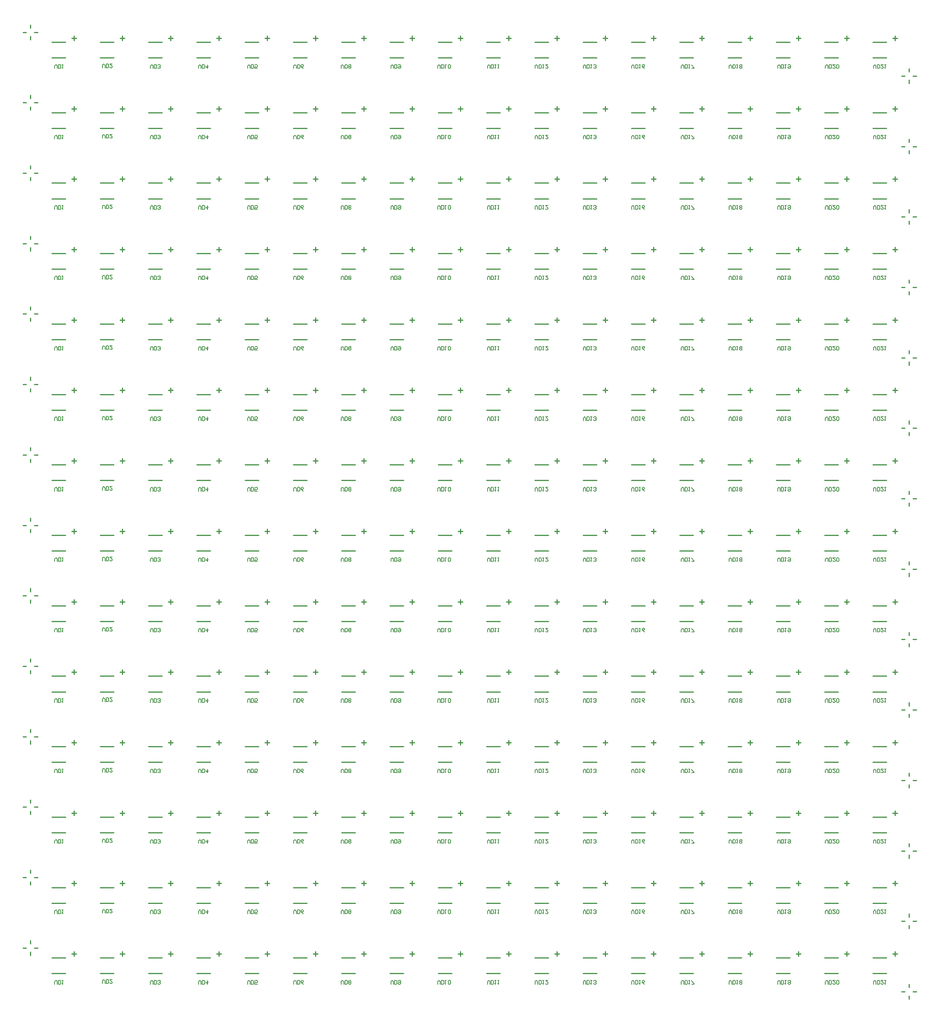
<source format=gbo>
G04 Layer_Color=32896*
%FSLAX44Y44*%
%MOMM*%
G71*
G01*
G75*
%ADD22C,0.2540*%
%ADD27C,0.2000*%
D22*
X54000Y115000D02*
X61000D01*
X79000D02*
X86000D01*
X70000Y99000D02*
Y106000D01*
Y124000D02*
Y131000D01*
X1980000Y4000D02*
Y11000D01*
X1989000Y20000D02*
X1996000D01*
X1964000D02*
X1971000D01*
X1980000Y29000D02*
Y36000D01*
X1901500Y59500D02*
X1931500D01*
X1901500Y93500D02*
X1931500D01*
X1796500Y93500D02*
X1826500D01*
X1796500Y59500D02*
X1826500D01*
X1691500Y59500D02*
X1721500D01*
X1691500Y93500D02*
X1721500D01*
X1586500Y93500D02*
X1616500D01*
X1586500Y59500D02*
X1616500D01*
X1481500D02*
X1511500D01*
X1481500Y93500D02*
X1511500D01*
X1376500Y93500D02*
X1406500D01*
X1376500Y59500D02*
X1406500D01*
X1271500D02*
X1301500D01*
X1271500Y93500D02*
X1301500D01*
X1166500D02*
X1196500D01*
X1166500Y59500D02*
X1196500D01*
X1061500D02*
X1091500D01*
X1061500Y93500D02*
X1091500D01*
X956500D02*
X986500D01*
X956500Y59500D02*
X986500D01*
X851500Y59500D02*
X881500D01*
X851500Y93500D02*
X881500D01*
X746500Y93500D02*
X776500D01*
X746500Y59500D02*
X776500D01*
X641500Y59500D02*
X671500D01*
X641500Y93500D02*
X671500D01*
X536500Y93500D02*
X566500D01*
X536500Y59500D02*
X566500D01*
X431500D02*
X461500D01*
X431500Y93500D02*
X461500D01*
X326500D02*
X356500D01*
X326500Y59500D02*
X356500D01*
X116500Y93500D02*
X146500D01*
X116500Y59500D02*
X146500D01*
X221500Y93500D02*
X251500D01*
X221500Y59500D02*
X251500D01*
X275250Y102118D02*
X265093D01*
X270172Y107196D02*
Y97039D01*
X170250Y102118D02*
X160093D01*
X165172Y107196D02*
Y97039D01*
X380250Y102118D02*
X370093D01*
X375172Y107196D02*
Y97039D01*
X485250Y102118D02*
X475093D01*
X480172Y107196D02*
Y97039D01*
X590250Y102118D02*
X580093D01*
X585172Y107196D02*
Y97039D01*
X695250Y102118D02*
X685093D01*
X690172Y107196D02*
Y97039D01*
X800250Y102118D02*
X790093D01*
X795172Y107196D02*
Y97039D01*
X905250Y102118D02*
X895093D01*
X900172Y107196D02*
Y97039D01*
X1010250Y102118D02*
X1000093D01*
X1005172Y107196D02*
Y97039D01*
X1115250Y102118D02*
X1105093D01*
X1110172Y107196D02*
Y97039D01*
X1220250Y102118D02*
X1210093D01*
X1215172Y107196D02*
Y97039D01*
X1325250Y102118D02*
X1315093D01*
X1320172Y107196D02*
Y97039D01*
X1430250Y102118D02*
X1420093D01*
X1425172Y107196D02*
Y97039D01*
X1535250Y102118D02*
X1525093D01*
X1530172Y107196D02*
Y97039D01*
X1640250Y102118D02*
X1630093D01*
X1635172Y107196D02*
Y97039D01*
X1745250Y102118D02*
X1735093D01*
X1740172Y107196D02*
Y97039D01*
X1850250Y102118D02*
X1840093D01*
X1845172Y107196D02*
Y97039D01*
X1955250Y102118D02*
X1945093D01*
X1950172Y107196D02*
Y97039D01*
X54000Y268000D02*
X61000D01*
X79000D02*
X86000D01*
X70000Y252000D02*
Y259000D01*
Y277000D02*
Y284000D01*
X1980000Y157000D02*
Y164000D01*
X1989000Y173000D02*
X1996000D01*
X1964000D02*
X1971000D01*
X1980000Y182000D02*
Y189000D01*
X1901500Y212500D02*
X1931500D01*
X1901500Y246500D02*
X1931500D01*
X1796500Y246500D02*
X1826500D01*
X1796500Y212500D02*
X1826500D01*
X1691500Y212500D02*
X1721500D01*
X1691500Y246500D02*
X1721500D01*
X1586500Y246500D02*
X1616500D01*
X1586500Y212500D02*
X1616500D01*
X1481500D02*
X1511500D01*
X1481500Y246500D02*
X1511500D01*
X1376500Y246500D02*
X1406500D01*
X1376500Y212500D02*
X1406500D01*
X1271500D02*
X1301500D01*
X1271500Y246500D02*
X1301500D01*
X1166500D02*
X1196500D01*
X1166500Y212500D02*
X1196500D01*
X1061500D02*
X1091500D01*
X1061500Y246500D02*
X1091500D01*
X956500D02*
X986500D01*
X956500Y212500D02*
X986500D01*
X851500Y212500D02*
X881500D01*
X851500Y246500D02*
X881500D01*
X746500Y246500D02*
X776500D01*
X746500Y212500D02*
X776500D01*
X641500Y212500D02*
X671500D01*
X641500Y246500D02*
X671500D01*
X536500Y246500D02*
X566500D01*
X536500Y212500D02*
X566500D01*
X431500D02*
X461500D01*
X431500Y246500D02*
X461500D01*
X326500D02*
X356500D01*
X326500Y212500D02*
X356500D01*
X116500Y246500D02*
X146500D01*
X116500Y212500D02*
X146500D01*
X221500Y246500D02*
X251500D01*
X221500Y212500D02*
X251500D01*
X275250Y255118D02*
X265093D01*
X270172Y260196D02*
Y250039D01*
X170250Y255118D02*
X160093D01*
X165172Y260196D02*
Y250039D01*
X380250Y255118D02*
X370093D01*
X375172Y260196D02*
Y250039D01*
X485250Y255118D02*
X475093D01*
X480172Y260196D02*
Y250039D01*
X590250Y255118D02*
X580093D01*
X585172Y260196D02*
Y250039D01*
X695250Y255117D02*
X685093D01*
X690172Y260196D02*
Y250039D01*
X800250Y255118D02*
X790093D01*
X795172Y260196D02*
Y250039D01*
X905250Y255117D02*
X895093D01*
X900172Y260196D02*
Y250039D01*
X1010250Y255118D02*
X1000093D01*
X1005172Y260196D02*
Y250039D01*
X1115250Y255118D02*
X1105093D01*
X1110172Y260196D02*
Y250039D01*
X1220250Y255118D02*
X1210093D01*
X1215172Y260196D02*
Y250039D01*
X1325250Y255118D02*
X1315093D01*
X1320172Y260196D02*
Y250039D01*
X1430250Y255118D02*
X1420093D01*
X1425172Y260196D02*
Y250039D01*
X1535250Y255117D02*
X1525093D01*
X1530172Y260196D02*
Y250039D01*
X1640250Y255117D02*
X1630093D01*
X1635172Y260196D02*
Y250039D01*
X1745250Y255118D02*
X1735093D01*
X1740172Y260196D02*
Y250039D01*
X1850250Y255117D02*
X1840093D01*
X1845172Y260196D02*
Y250039D01*
X1955250Y255118D02*
X1945093D01*
X1950172Y260196D02*
Y250039D01*
X54000Y421000D02*
X61000D01*
X79000D02*
X86000D01*
X70000Y405000D02*
Y412000D01*
Y430000D02*
Y437000D01*
X1980000Y310000D02*
Y317000D01*
X1989000Y326000D02*
X1996000D01*
X1964000D02*
X1971000D01*
X1980000Y335000D02*
Y342000D01*
X1901500Y365500D02*
X1931500D01*
X1901500Y399500D02*
X1931500D01*
X1796500Y399500D02*
X1826500D01*
X1796500Y365500D02*
X1826500D01*
X1691500Y365500D02*
X1721500D01*
X1691500Y399500D02*
X1721500D01*
X1586500Y399500D02*
X1616500D01*
X1586500Y365500D02*
X1616500D01*
X1481500D02*
X1511500D01*
X1481500Y399500D02*
X1511500D01*
X1376500Y399500D02*
X1406500D01*
X1376500Y365500D02*
X1406500D01*
X1271500D02*
X1301500D01*
X1271500Y399500D02*
X1301500D01*
X1166500D02*
X1196500D01*
X1166500Y365500D02*
X1196500D01*
X1061500D02*
X1091500D01*
X1061500Y399500D02*
X1091500D01*
X956500D02*
X986500D01*
X956500Y365500D02*
X986500D01*
X851500Y365500D02*
X881500D01*
X851500Y399500D02*
X881500D01*
X746500Y399500D02*
X776500D01*
X746500Y365500D02*
X776500D01*
X641500Y365500D02*
X671500D01*
X641500Y399500D02*
X671500D01*
X536500Y399500D02*
X566500D01*
X536500Y365500D02*
X566500D01*
X431500D02*
X461500D01*
X431500Y399500D02*
X461500D01*
X326500D02*
X356500D01*
X326500Y365500D02*
X356500D01*
X116500Y399500D02*
X146500D01*
X116500Y365500D02*
X146500D01*
X221500Y399500D02*
X251500D01*
X221500Y365500D02*
X251500D01*
X275250Y408118D02*
X265093D01*
X270172Y413196D02*
Y403039D01*
X170250Y408118D02*
X160093D01*
X165172Y413196D02*
Y403039D01*
X380250Y408118D02*
X370093D01*
X375172Y413196D02*
Y403039D01*
X485250Y408118D02*
X475093D01*
X480172Y413196D02*
Y403039D01*
X590250Y408118D02*
X580093D01*
X585172Y413196D02*
Y403039D01*
X695250Y408118D02*
X685093D01*
X690172Y413196D02*
Y403039D01*
X800250Y408118D02*
X790093D01*
X795172Y413196D02*
Y403039D01*
X905250Y408118D02*
X895093D01*
X900172Y413196D02*
Y403039D01*
X1010250Y408118D02*
X1000093D01*
X1005172Y413196D02*
Y403039D01*
X1115250Y408118D02*
X1105093D01*
X1110172Y413196D02*
Y403039D01*
X1220250Y408118D02*
X1210093D01*
X1215172Y413196D02*
Y403039D01*
X1325250Y408118D02*
X1315093D01*
X1320172Y413196D02*
Y403039D01*
X1430250Y408118D02*
X1420093D01*
X1425172Y413196D02*
Y403039D01*
X1535250Y408118D02*
X1525093D01*
X1530172Y413196D02*
Y403039D01*
X1640250Y408118D02*
X1630093D01*
X1635172Y413196D02*
Y403039D01*
X1745250Y408118D02*
X1735093D01*
X1740172Y413196D02*
Y403039D01*
X1850250Y408118D02*
X1840093D01*
X1845172Y413196D02*
Y403039D01*
X1955250Y408118D02*
X1945093D01*
X1950172Y413196D02*
Y403039D01*
X54000Y574000D02*
X61000D01*
X79000D02*
X86000D01*
X70000Y558000D02*
Y565000D01*
Y583000D02*
Y590000D01*
X1980000Y463000D02*
Y470000D01*
X1989000Y479000D02*
X1996000D01*
X1964000D02*
X1971000D01*
X1980000Y488000D02*
Y495000D01*
X1901500Y518500D02*
X1931500D01*
X1901500Y552500D02*
X1931500D01*
X1796500Y552500D02*
X1826500D01*
X1796500Y518500D02*
X1826500D01*
X1691500Y518500D02*
X1721500D01*
X1691500Y552500D02*
X1721500D01*
X1586500Y552500D02*
X1616500D01*
X1586500Y518500D02*
X1616500D01*
X1481500D02*
X1511500D01*
X1481500Y552500D02*
X1511500D01*
X1376500Y552500D02*
X1406500D01*
X1376500Y518500D02*
X1406500D01*
X1271500D02*
X1301500D01*
X1271500Y552500D02*
X1301500D01*
X1166500D02*
X1196500D01*
X1166500Y518500D02*
X1196500D01*
X1061500D02*
X1091500D01*
X1061500Y552500D02*
X1091500D01*
X956500D02*
X986500D01*
X956500Y518500D02*
X986500D01*
X851500Y518500D02*
X881500D01*
X851500Y552500D02*
X881500D01*
X746500Y552500D02*
X776500D01*
X746500Y518500D02*
X776500D01*
X641500Y518500D02*
X671500D01*
X641500Y552500D02*
X671500D01*
X536500Y552500D02*
X566500D01*
X536500Y518500D02*
X566500D01*
X431500D02*
X461500D01*
X431500Y552500D02*
X461500D01*
X326500D02*
X356500D01*
X326500Y518500D02*
X356500D01*
X116500Y552500D02*
X146500D01*
X116500Y518500D02*
X146500D01*
X221500Y552500D02*
X251500D01*
X221500Y518500D02*
X251500D01*
X275250Y561118D02*
X265093D01*
X270172Y566196D02*
Y556039D01*
X170250Y561118D02*
X160093D01*
X165172Y566196D02*
Y556039D01*
X380250Y561118D02*
X370093D01*
X375172Y566196D02*
Y556039D01*
X485250Y561118D02*
X475093D01*
X480172Y566196D02*
Y556039D01*
X590250Y561118D02*
X580093D01*
X585172Y566196D02*
Y556039D01*
X695250Y561118D02*
X685093D01*
X690172Y566196D02*
Y556039D01*
X800250Y561118D02*
X790093D01*
X795172Y566196D02*
Y556039D01*
X905250Y561118D02*
X895093D01*
X900172Y566196D02*
Y556039D01*
X1010250Y561118D02*
X1000093D01*
X1005172Y566196D02*
Y556039D01*
X1115250Y561118D02*
X1105093D01*
X1110172Y566196D02*
Y556039D01*
X1220250Y561118D02*
X1210093D01*
X1215172Y566196D02*
Y556039D01*
X1325250Y561118D02*
X1315093D01*
X1320172Y566196D02*
Y556039D01*
X1430250Y561118D02*
X1420093D01*
X1425172Y566196D02*
Y556039D01*
X1535250Y561118D02*
X1525093D01*
X1530172Y566196D02*
Y556039D01*
X1640250Y561118D02*
X1630093D01*
X1635172Y566196D02*
Y556039D01*
X1745250Y561118D02*
X1735093D01*
X1740172Y566196D02*
Y556039D01*
X1850250Y561118D02*
X1840093D01*
X1845172Y566196D02*
Y556039D01*
X1955250Y561118D02*
X1945093D01*
X1950172Y566196D02*
Y556039D01*
X54000Y727000D02*
X61000D01*
X79000D02*
X86000D01*
X70000Y711000D02*
Y718000D01*
Y736000D02*
Y743000D01*
X1980000Y616000D02*
Y623000D01*
X1989000Y632000D02*
X1996000D01*
X1964000D02*
X1971000D01*
X1980000Y641000D02*
Y648000D01*
X1901500Y671500D02*
X1931500D01*
X1901500Y705500D02*
X1931500D01*
X1796500Y705500D02*
X1826500D01*
X1796500Y671500D02*
X1826500D01*
X1691500Y671500D02*
X1721500D01*
X1691500Y705500D02*
X1721500D01*
X1586500Y705500D02*
X1616500D01*
X1586500Y671500D02*
X1616500D01*
X1481500D02*
X1511500D01*
X1481500Y705500D02*
X1511500D01*
X1376500Y705500D02*
X1406500D01*
X1376500Y671500D02*
X1406500D01*
X1271500D02*
X1301500D01*
X1271500Y705500D02*
X1301500D01*
X1166500D02*
X1196500D01*
X1166500Y671500D02*
X1196500D01*
X1061500D02*
X1091500D01*
X1061500Y705500D02*
X1091500D01*
X956500D02*
X986500D01*
X956500Y671500D02*
X986500D01*
X851500Y671500D02*
X881500D01*
X851500Y705500D02*
X881500D01*
X746500Y705500D02*
X776500D01*
X746500Y671500D02*
X776500D01*
X641500Y671500D02*
X671500D01*
X641500Y705500D02*
X671500D01*
X536500Y705500D02*
X566500D01*
X536500Y671500D02*
X566500D01*
X431500D02*
X461500D01*
X431500Y705500D02*
X461500D01*
X326500D02*
X356500D01*
X326500Y671500D02*
X356500D01*
X116500Y705500D02*
X146500D01*
X116500Y671500D02*
X146500D01*
X221500Y705500D02*
X251500D01*
X221500Y671500D02*
X251500D01*
X275250Y714118D02*
X265093D01*
X270172Y719196D02*
Y709039D01*
X170250Y714118D02*
X160093D01*
X165172Y719196D02*
Y709039D01*
X380250Y714118D02*
X370093D01*
X375172Y719196D02*
Y709039D01*
X485250Y714118D02*
X475093D01*
X480172Y719196D02*
Y709039D01*
X590250Y714118D02*
X580093D01*
X585172Y719196D02*
Y709039D01*
X695250Y714118D02*
X685093D01*
X690172Y719196D02*
Y709039D01*
X800250Y714118D02*
X790093D01*
X795172Y719196D02*
Y709039D01*
X905250Y714118D02*
X895093D01*
X900172Y719196D02*
Y709039D01*
X1010250Y714118D02*
X1000093D01*
X1005172Y719196D02*
Y709039D01*
X1115250Y714118D02*
X1105093D01*
X1110172Y719196D02*
Y709039D01*
X1220250Y714118D02*
X1210093D01*
X1215172Y719196D02*
Y709039D01*
X1325250Y714118D02*
X1315093D01*
X1320172Y719196D02*
Y709039D01*
X1430250Y714118D02*
X1420093D01*
X1425172Y719196D02*
Y709039D01*
X1535250Y714118D02*
X1525093D01*
X1530172Y719196D02*
Y709039D01*
X1640250Y714118D02*
X1630093D01*
X1635172Y719196D02*
Y709039D01*
X1745250Y714118D02*
X1735093D01*
X1740172Y719196D02*
Y709039D01*
X1850250Y714118D02*
X1840093D01*
X1845172Y719196D02*
Y709039D01*
X1955250Y714118D02*
X1945093D01*
X1950172Y719196D02*
Y709039D01*
X54000Y880000D02*
X61000D01*
X79000D02*
X86000D01*
X70000Y864000D02*
Y871000D01*
Y889000D02*
Y896000D01*
X1980000Y769000D02*
Y776000D01*
X1989000Y785000D02*
X1996000D01*
X1964000D02*
X1971000D01*
X1980000Y794000D02*
Y801000D01*
X1901500Y824500D02*
X1931500D01*
X1901500Y858500D02*
X1931500D01*
X1796500Y858500D02*
X1826500D01*
X1796500Y824500D02*
X1826500D01*
X1691500Y824500D02*
X1721500D01*
X1691500Y858500D02*
X1721500D01*
X1586500Y858500D02*
X1616500D01*
X1586500Y824500D02*
X1616500D01*
X1481500D02*
X1511500D01*
X1481500Y858500D02*
X1511500D01*
X1376500Y858500D02*
X1406500D01*
X1376500Y824500D02*
X1406500D01*
X1271500D02*
X1301500D01*
X1271500Y858500D02*
X1301500D01*
X1166500D02*
X1196500D01*
X1166500Y824500D02*
X1196500D01*
X1061500D02*
X1091500D01*
X1061500Y858500D02*
X1091500D01*
X956500D02*
X986500D01*
X956500Y824500D02*
X986500D01*
X851500Y824500D02*
X881500D01*
X851500Y858500D02*
X881500D01*
X746500Y858500D02*
X776500D01*
X746500Y824500D02*
X776500D01*
X641500Y824500D02*
X671500D01*
X641500Y858500D02*
X671500D01*
X536500Y858500D02*
X566500D01*
X536500Y824500D02*
X566500D01*
X431500D02*
X461500D01*
X431500Y858500D02*
X461500D01*
X326500D02*
X356500D01*
X326500Y824500D02*
X356500D01*
X116500Y858500D02*
X146500D01*
X116500Y824500D02*
X146500D01*
X221500Y858500D02*
X251500D01*
X221500Y824500D02*
X251500D01*
X275250Y867118D02*
X265093D01*
X270172Y872196D02*
Y862039D01*
X170250Y867118D02*
X160093D01*
X165172Y872196D02*
Y862039D01*
X380250Y867118D02*
X370093D01*
X375172Y872196D02*
Y862039D01*
X485250Y867118D02*
X475093D01*
X480172Y872196D02*
Y862039D01*
X590250Y867118D02*
X580093D01*
X585172Y872196D02*
Y862039D01*
X695250Y867118D02*
X685093D01*
X690172Y872196D02*
Y862039D01*
X800250Y867118D02*
X790093D01*
X795172Y872196D02*
Y862039D01*
X905250Y867118D02*
X895093D01*
X900172Y872196D02*
Y862039D01*
X1010250Y867118D02*
X1000093D01*
X1005172Y872196D02*
Y862039D01*
X1115250Y867118D02*
X1105093D01*
X1110172Y872196D02*
Y862039D01*
X1220250Y867118D02*
X1210093D01*
X1215172Y872196D02*
Y862039D01*
X1325250Y867118D02*
X1315093D01*
X1320172Y872196D02*
Y862039D01*
X1430250Y867118D02*
X1420093D01*
X1425172Y872196D02*
Y862039D01*
X1535250Y867118D02*
X1525093D01*
X1530172Y872196D02*
Y862039D01*
X1640250Y867118D02*
X1630093D01*
X1635172Y872196D02*
Y862039D01*
X1745250Y867118D02*
X1735093D01*
X1740172Y872196D02*
Y862039D01*
X1850250Y867118D02*
X1840093D01*
X1845172Y872196D02*
Y862039D01*
X1955250Y867118D02*
X1945093D01*
X1950172Y872196D02*
Y862039D01*
X54000Y1033000D02*
X61000D01*
X79000D02*
X86000D01*
X70000Y1017000D02*
Y1024000D01*
Y1042000D02*
Y1049000D01*
X1980000Y922000D02*
Y929000D01*
X1989000Y938000D02*
X1996000D01*
X1964000D02*
X1971000D01*
X1980000Y947000D02*
Y954000D01*
X1901500Y977500D02*
X1931500D01*
X1901500Y1011500D02*
X1931500D01*
X1796500Y1011500D02*
X1826500D01*
X1796500Y977500D02*
X1826500D01*
X1691500Y977500D02*
X1721500D01*
X1691500Y1011500D02*
X1721500D01*
X1586500Y1011500D02*
X1616500D01*
X1586500Y977500D02*
X1616500D01*
X1481500D02*
X1511500D01*
X1481500Y1011500D02*
X1511500D01*
X1376500Y1011500D02*
X1406500D01*
X1376500Y977500D02*
X1406500D01*
X1271500D02*
X1301500D01*
X1271500Y1011500D02*
X1301500D01*
X1166500D02*
X1196500D01*
X1166500Y977500D02*
X1196500D01*
X1061500D02*
X1091500D01*
X1061500Y1011500D02*
X1091500D01*
X956500D02*
X986500D01*
X956500Y977500D02*
X986500D01*
X851500Y977500D02*
X881500D01*
X851500Y1011500D02*
X881500D01*
X746500Y1011500D02*
X776500D01*
X746500Y977500D02*
X776500D01*
X641500Y977500D02*
X671500D01*
X641500Y1011500D02*
X671500D01*
X536500Y1011500D02*
X566500D01*
X536500Y977500D02*
X566500D01*
X431500D02*
X461500D01*
X431500Y1011500D02*
X461500D01*
X326500D02*
X356500D01*
X326500Y977500D02*
X356500D01*
X116500Y1011500D02*
X146500D01*
X116500Y977500D02*
X146500D01*
X221500Y1011500D02*
X251500D01*
X221500Y977500D02*
X251500D01*
X275250Y1020118D02*
X265093D01*
X270172Y1025196D02*
Y1015039D01*
X170250Y1020118D02*
X160093D01*
X165172Y1025196D02*
Y1015039D01*
X380250Y1020118D02*
X370093D01*
X375172Y1025196D02*
Y1015039D01*
X485250Y1020118D02*
X475093D01*
X480172Y1025196D02*
Y1015039D01*
X590250Y1020118D02*
X580093D01*
X585172Y1025196D02*
Y1015039D01*
X695250Y1020118D02*
X685093D01*
X690172Y1025196D02*
Y1015039D01*
X800250Y1020118D02*
X790093D01*
X795172Y1025196D02*
Y1015039D01*
X905250Y1020118D02*
X895093D01*
X900172Y1025196D02*
Y1015039D01*
X1010250Y1020118D02*
X1000093D01*
X1005172Y1025196D02*
Y1015039D01*
X1115250Y1020118D02*
X1105093D01*
X1110172Y1025196D02*
Y1015039D01*
X1220250Y1020118D02*
X1210093D01*
X1215172Y1025196D02*
Y1015039D01*
X1325250Y1020118D02*
X1315093D01*
X1320172Y1025196D02*
Y1015039D01*
X1430250Y1020118D02*
X1420093D01*
X1425172Y1025196D02*
Y1015039D01*
X1535250Y1020118D02*
X1525093D01*
X1530172Y1025196D02*
Y1015039D01*
X1640250Y1020118D02*
X1630093D01*
X1635172Y1025196D02*
Y1015039D01*
X1745250Y1020118D02*
X1735093D01*
X1740172Y1025196D02*
Y1015039D01*
X1850250Y1020118D02*
X1840093D01*
X1845172Y1025196D02*
Y1015039D01*
X1955250Y1020118D02*
X1945093D01*
X1950172Y1025196D02*
Y1015039D01*
X54000Y1186000D02*
X61000D01*
X79000D02*
X86000D01*
X70000Y1170000D02*
Y1177000D01*
Y1195000D02*
Y1202000D01*
X1980000Y1075000D02*
Y1082000D01*
X1989000Y1091000D02*
X1996000D01*
X1964000D02*
X1971000D01*
X1980000Y1100000D02*
Y1107000D01*
X1901500Y1130500D02*
X1931500D01*
X1901500Y1164500D02*
X1931500D01*
X1796500Y1164500D02*
X1826500D01*
X1796500Y1130500D02*
X1826500D01*
X1691500Y1130500D02*
X1721500D01*
X1691500Y1164500D02*
X1721500D01*
X1586500Y1164500D02*
X1616500D01*
X1586500Y1130500D02*
X1616500D01*
X1481500D02*
X1511500D01*
X1481500Y1164500D02*
X1511500D01*
X1376500Y1164500D02*
X1406500D01*
X1376500Y1130500D02*
X1406500D01*
X1271500D02*
X1301500D01*
X1271500Y1164500D02*
X1301500D01*
X1166500D02*
X1196500D01*
X1166500Y1130500D02*
X1196500D01*
X1061500D02*
X1091500D01*
X1061500Y1164500D02*
X1091500D01*
X956500D02*
X986500D01*
X956500Y1130500D02*
X986500D01*
X851500Y1130500D02*
X881500D01*
X851500Y1164500D02*
X881500D01*
X746500Y1164500D02*
X776500D01*
X746500Y1130500D02*
X776500D01*
X641500Y1130500D02*
X671500D01*
X641500Y1164500D02*
X671500D01*
X536500Y1164500D02*
X566500D01*
X536500Y1130500D02*
X566500D01*
X431500D02*
X461500D01*
X431500Y1164500D02*
X461500D01*
X326500D02*
X356500D01*
X326500Y1130500D02*
X356500D01*
X116500Y1164500D02*
X146500D01*
X116500Y1130500D02*
X146500D01*
X221500Y1164500D02*
X251500D01*
X221500Y1130500D02*
X251500D01*
X275250Y1173118D02*
X265093D01*
X270172Y1178196D02*
Y1168039D01*
X170250Y1173118D02*
X160093D01*
X165172Y1178196D02*
Y1168039D01*
X380250Y1173118D02*
X370093D01*
X375172Y1178196D02*
Y1168039D01*
X485250Y1173118D02*
X475093D01*
X480172Y1178196D02*
Y1168039D01*
X590250Y1173118D02*
X580093D01*
X585172Y1178196D02*
Y1168039D01*
X695250Y1173118D02*
X685093D01*
X690172Y1178196D02*
Y1168039D01*
X800250Y1173118D02*
X790093D01*
X795172Y1178196D02*
Y1168039D01*
X905250Y1173118D02*
X895093D01*
X900172Y1178196D02*
Y1168039D01*
X1010250Y1173118D02*
X1000093D01*
X1005172Y1178196D02*
Y1168039D01*
X1115250Y1173118D02*
X1105093D01*
X1110172Y1178196D02*
Y1168039D01*
X1220250Y1173118D02*
X1210093D01*
X1215172Y1178196D02*
Y1168039D01*
X1325250Y1173118D02*
X1315093D01*
X1320172Y1178196D02*
Y1168039D01*
X1430250Y1173118D02*
X1420093D01*
X1425172Y1178196D02*
Y1168039D01*
X1535250Y1173118D02*
X1525093D01*
X1530172Y1178196D02*
Y1168039D01*
X1640250Y1173118D02*
X1630093D01*
X1635172Y1178196D02*
Y1168039D01*
X1745250Y1173118D02*
X1735093D01*
X1740172Y1178196D02*
Y1168039D01*
X1850250Y1173118D02*
X1840093D01*
X1845172Y1178196D02*
Y1168039D01*
X1955250Y1173118D02*
X1945093D01*
X1950172Y1178196D02*
Y1168039D01*
X54000Y1339000D02*
X61000D01*
X79000D02*
X86000D01*
X70000Y1323000D02*
Y1330000D01*
Y1348000D02*
Y1355000D01*
X1980000Y1228000D02*
Y1235000D01*
X1989000Y1244000D02*
X1996000D01*
X1964000D02*
X1971000D01*
X1980000Y1253000D02*
Y1260000D01*
X1901500Y1283500D02*
X1931500D01*
X1901500Y1317500D02*
X1931500D01*
X1796500Y1317500D02*
X1826500D01*
X1796500Y1283500D02*
X1826500D01*
X1691500Y1283500D02*
X1721500D01*
X1691500Y1317500D02*
X1721500D01*
X1586500Y1317500D02*
X1616500D01*
X1586500Y1283500D02*
X1616500D01*
X1481500D02*
X1511500D01*
X1481500Y1317500D02*
X1511500D01*
X1376500Y1317500D02*
X1406500D01*
X1376500Y1283500D02*
X1406500D01*
X1271500D02*
X1301500D01*
X1271500Y1317500D02*
X1301500D01*
X1166500D02*
X1196500D01*
X1166500Y1283500D02*
X1196500D01*
X1061500D02*
X1091500D01*
X1061500Y1317500D02*
X1091500D01*
X956500D02*
X986500D01*
X956500Y1283500D02*
X986500D01*
X851500Y1283500D02*
X881500D01*
X851500Y1317500D02*
X881500D01*
X746500Y1317500D02*
X776500D01*
X746500Y1283500D02*
X776500D01*
X641500Y1283500D02*
X671500D01*
X641500Y1317500D02*
X671500D01*
X536500Y1317500D02*
X566500D01*
X536500Y1283500D02*
X566500D01*
X431500D02*
X461500D01*
X431500Y1317500D02*
X461500D01*
X326500D02*
X356500D01*
X326500Y1283500D02*
X356500D01*
X116500Y1317500D02*
X146500D01*
X116500Y1283500D02*
X146500D01*
X221500Y1317500D02*
X251500D01*
X221500Y1283500D02*
X251500D01*
X275250Y1326118D02*
X265093D01*
X270172Y1331196D02*
Y1321039D01*
X170250Y1326118D02*
X160093D01*
X165172Y1331196D02*
Y1321039D01*
X380250Y1326118D02*
X370093D01*
X375172Y1331196D02*
Y1321039D01*
X485250Y1326118D02*
X475093D01*
X480172Y1331196D02*
Y1321039D01*
X590250Y1326118D02*
X580093D01*
X585172Y1331196D02*
Y1321039D01*
X695250Y1326118D02*
X685093D01*
X690172Y1331196D02*
Y1321039D01*
X800250Y1326118D02*
X790093D01*
X795172Y1331196D02*
Y1321039D01*
X905250Y1326118D02*
X895093D01*
X900172Y1331196D02*
Y1321039D01*
X1010250Y1326118D02*
X1000093D01*
X1005172Y1331196D02*
Y1321039D01*
X1115250Y1326118D02*
X1105093D01*
X1110172Y1331196D02*
Y1321039D01*
X1220250Y1326118D02*
X1210093D01*
X1215172Y1331196D02*
Y1321039D01*
X1325250Y1326118D02*
X1315093D01*
X1320172Y1331196D02*
Y1321039D01*
X1430250Y1326118D02*
X1420093D01*
X1425172Y1331196D02*
Y1321039D01*
X1535250Y1326118D02*
X1525093D01*
X1530172Y1331196D02*
Y1321039D01*
X1640250Y1326118D02*
X1630093D01*
X1635172Y1331196D02*
Y1321039D01*
X1745250Y1326118D02*
X1735093D01*
X1740172Y1331196D02*
Y1321039D01*
X1850250Y1326118D02*
X1840093D01*
X1845172Y1331196D02*
Y1321039D01*
X1955250Y1326118D02*
X1945093D01*
X1950172Y1331196D02*
Y1321039D01*
X54000Y1492000D02*
X61000D01*
X79000D02*
X86000D01*
X70000Y1476000D02*
Y1483000D01*
Y1501000D02*
Y1508000D01*
X1980000Y1381000D02*
Y1388000D01*
X1989000Y1397000D02*
X1996000D01*
X1964000D02*
X1971000D01*
X1980000Y1406000D02*
Y1413000D01*
X1901500Y1436500D02*
X1931500D01*
X1901500Y1470500D02*
X1931500D01*
X1796500Y1470500D02*
X1826500D01*
X1796500Y1436500D02*
X1826500D01*
X1691500Y1436500D02*
X1721500D01*
X1691500Y1470500D02*
X1721500D01*
X1586500Y1470500D02*
X1616500D01*
X1586500Y1436500D02*
X1616500D01*
X1481500D02*
X1511500D01*
X1481500Y1470500D02*
X1511500D01*
X1376500Y1470500D02*
X1406500D01*
X1376500Y1436500D02*
X1406500D01*
X1271500D02*
X1301500D01*
X1271500Y1470500D02*
X1301500D01*
X1166500D02*
X1196500D01*
X1166500Y1436500D02*
X1196500D01*
X1061500D02*
X1091500D01*
X1061500Y1470500D02*
X1091500D01*
X956500D02*
X986500D01*
X956500Y1436500D02*
X986500D01*
X851500Y1436500D02*
X881500D01*
X851500Y1470500D02*
X881500D01*
X746500Y1470500D02*
X776500D01*
X746500Y1436500D02*
X776500D01*
X641500Y1436500D02*
X671500D01*
X641500Y1470500D02*
X671500D01*
X536500Y1470500D02*
X566500D01*
X536500Y1436500D02*
X566500D01*
X431500D02*
X461500D01*
X431500Y1470500D02*
X461500D01*
X326500D02*
X356500D01*
X326500Y1436500D02*
X356500D01*
X116500Y1470500D02*
X146500D01*
X116500Y1436500D02*
X146500D01*
X221500Y1470500D02*
X251500D01*
X221500Y1436500D02*
X251500D01*
X275250Y1479118D02*
X265093D01*
X270172Y1484196D02*
Y1474039D01*
X170250Y1479118D02*
X160093D01*
X165172Y1484196D02*
Y1474039D01*
X380250Y1479118D02*
X370093D01*
X375172Y1484196D02*
Y1474039D01*
X485250Y1479118D02*
X475093D01*
X480172Y1484196D02*
Y1474039D01*
X590250Y1479118D02*
X580093D01*
X585172Y1484196D02*
Y1474039D01*
X695250Y1479118D02*
X685093D01*
X690172Y1484196D02*
Y1474039D01*
X800250Y1479118D02*
X790093D01*
X795172Y1484196D02*
Y1474039D01*
X905250Y1479118D02*
X895093D01*
X900172Y1484196D02*
Y1474039D01*
X1010250Y1479118D02*
X1000093D01*
X1005172Y1484196D02*
Y1474039D01*
X1115250Y1479118D02*
X1105093D01*
X1110172Y1484196D02*
Y1474039D01*
X1220250Y1479118D02*
X1210093D01*
X1215172Y1484196D02*
Y1474039D01*
X1325250Y1479118D02*
X1315093D01*
X1320172Y1484196D02*
Y1474039D01*
X1430250Y1479118D02*
X1420093D01*
X1425172Y1484196D02*
Y1474039D01*
X1535250Y1479118D02*
X1525093D01*
X1530172Y1484196D02*
Y1474039D01*
X1640250Y1479118D02*
X1630093D01*
X1635172Y1484196D02*
Y1474039D01*
X1745250Y1479118D02*
X1735093D01*
X1740172Y1484196D02*
Y1474039D01*
X1850250Y1479118D02*
X1840093D01*
X1845172Y1484196D02*
Y1474039D01*
X1955250Y1479118D02*
X1945093D01*
X1950172Y1484196D02*
Y1474039D01*
X54000Y1645000D02*
X61000D01*
X79000D02*
X86000D01*
X70000Y1629000D02*
Y1636000D01*
Y1654000D02*
Y1661000D01*
X1980000Y1534000D02*
Y1541000D01*
X1989000Y1550000D02*
X1996000D01*
X1964000D02*
X1971000D01*
X1980000Y1559000D02*
Y1566000D01*
X1901500Y1589500D02*
X1931500D01*
X1901500Y1623500D02*
X1931500D01*
X1796500Y1623500D02*
X1826500D01*
X1796500Y1589500D02*
X1826500D01*
X1691500Y1589500D02*
X1721500D01*
X1691500Y1623500D02*
X1721500D01*
X1586500Y1623500D02*
X1616500D01*
X1586500Y1589500D02*
X1616500D01*
X1481500D02*
X1511500D01*
X1481500Y1623500D02*
X1511500D01*
X1376500Y1623500D02*
X1406500D01*
X1376500Y1589500D02*
X1406500D01*
X1271500D02*
X1301500D01*
X1271500Y1623500D02*
X1301500D01*
X1166500D02*
X1196500D01*
X1166500Y1589500D02*
X1196500D01*
X1061500D02*
X1091500D01*
X1061500Y1623500D02*
X1091500D01*
X956500D02*
X986500D01*
X956500Y1589500D02*
X986500D01*
X851500Y1589500D02*
X881500D01*
X851500Y1623500D02*
X881500D01*
X746500Y1623500D02*
X776500D01*
X746500Y1589500D02*
X776500D01*
X641500Y1589500D02*
X671500D01*
X641500Y1623500D02*
X671500D01*
X536500Y1623500D02*
X566500D01*
X536500Y1589500D02*
X566500D01*
X431500D02*
X461500D01*
X431500Y1623500D02*
X461500D01*
X326500D02*
X356500D01*
X326500Y1589500D02*
X356500D01*
X116500Y1623500D02*
X146500D01*
X116500Y1589500D02*
X146500D01*
X221500Y1623500D02*
X251500D01*
X221500Y1589500D02*
X251500D01*
X275250Y1632118D02*
X265093D01*
X270172Y1637196D02*
Y1627039D01*
X170250Y1632118D02*
X160093D01*
X165172Y1637196D02*
Y1627039D01*
X380250Y1632118D02*
X370093D01*
X375172Y1637196D02*
Y1627039D01*
X485250Y1632118D02*
X475093D01*
X480172Y1637196D02*
Y1627039D01*
X590250Y1632118D02*
X580093D01*
X585172Y1637196D02*
Y1627039D01*
X695250Y1632118D02*
X685093D01*
X690172Y1637196D02*
Y1627039D01*
X800250Y1632118D02*
X790093D01*
X795172Y1637196D02*
Y1627039D01*
X905250Y1632118D02*
X895093D01*
X900172Y1637196D02*
Y1627039D01*
X1010250Y1632118D02*
X1000093D01*
X1005172Y1637196D02*
Y1627039D01*
X1115250Y1632118D02*
X1105093D01*
X1110172Y1637196D02*
Y1627039D01*
X1220250Y1632118D02*
X1210093D01*
X1215172Y1637196D02*
Y1627039D01*
X1325250Y1632118D02*
X1315093D01*
X1320172Y1637196D02*
Y1627039D01*
X1430250Y1632118D02*
X1420093D01*
X1425172Y1637196D02*
Y1627039D01*
X1535250Y1632118D02*
X1525093D01*
X1530172Y1637196D02*
Y1627039D01*
X1640250Y1632118D02*
X1630093D01*
X1635172Y1637196D02*
Y1627039D01*
X1745250Y1632118D02*
X1735093D01*
X1740172Y1637196D02*
Y1627039D01*
X1850250Y1632118D02*
X1840093D01*
X1845172Y1637196D02*
Y1627039D01*
X1955250Y1632118D02*
X1945093D01*
X1950172Y1637196D02*
Y1627039D01*
X54000Y1798000D02*
X61000D01*
X79000D02*
X86000D01*
X70000Y1782000D02*
Y1789000D01*
Y1807000D02*
Y1814000D01*
X1980000Y1687000D02*
Y1694000D01*
X1989000Y1703000D02*
X1996000D01*
X1964000D02*
X1971000D01*
X1980000Y1712000D02*
Y1719000D01*
X1901500Y1742500D02*
X1931500D01*
X1901500Y1776500D02*
X1931500D01*
X1796500Y1776500D02*
X1826500D01*
X1796500Y1742500D02*
X1826500D01*
X1691500Y1742500D02*
X1721500D01*
X1691500Y1776500D02*
X1721500D01*
X1586500Y1776500D02*
X1616500D01*
X1586500Y1742500D02*
X1616500D01*
X1481500D02*
X1511500D01*
X1481500Y1776500D02*
X1511500D01*
X1376500Y1776500D02*
X1406500D01*
X1376500Y1742500D02*
X1406500D01*
X1271500D02*
X1301500D01*
X1271500Y1776500D02*
X1301500D01*
X1166500D02*
X1196500D01*
X1166500Y1742500D02*
X1196500D01*
X1061500D02*
X1091500D01*
X1061500Y1776500D02*
X1091500D01*
X956500D02*
X986500D01*
X956500Y1742500D02*
X986500D01*
X851500Y1742500D02*
X881500D01*
X851500Y1776500D02*
X881500D01*
X746500Y1776500D02*
X776500D01*
X746500Y1742500D02*
X776500D01*
X641500Y1742500D02*
X671500D01*
X641500Y1776500D02*
X671500D01*
X536500Y1776500D02*
X566500D01*
X536500Y1742500D02*
X566500D01*
X431500D02*
X461500D01*
X431500Y1776500D02*
X461500D01*
X326500D02*
X356500D01*
X326500Y1742500D02*
X356500D01*
X116500Y1776500D02*
X146500D01*
X116500Y1742500D02*
X146500D01*
X221500Y1776500D02*
X251500D01*
X221500Y1742500D02*
X251500D01*
X275250Y1785118D02*
X265093D01*
X270172Y1790196D02*
Y1780040D01*
X170250Y1785118D02*
X160093D01*
X165172Y1790196D02*
Y1780040D01*
X380250Y1785118D02*
X370093D01*
X375172Y1790196D02*
Y1780040D01*
X485250Y1785118D02*
X475093D01*
X480172Y1790196D02*
Y1780040D01*
X590250Y1785118D02*
X580093D01*
X585172Y1790196D02*
Y1780040D01*
X695250Y1785118D02*
X685093D01*
X690172Y1790196D02*
Y1780039D01*
X800250Y1785118D02*
X790093D01*
X795172Y1790196D02*
Y1780040D01*
X905250Y1785118D02*
X895093D01*
X900172Y1790196D02*
Y1780039D01*
X1010250Y1785118D02*
X1000093D01*
X1005172Y1790196D02*
Y1780040D01*
X1115250Y1785118D02*
X1105093D01*
X1110172Y1790196D02*
Y1780040D01*
X1220250Y1785118D02*
X1210093D01*
X1215172Y1790196D02*
Y1780040D01*
X1325250Y1785118D02*
X1315093D01*
X1320172Y1790196D02*
Y1780040D01*
X1430250Y1785118D02*
X1420093D01*
X1425172Y1790196D02*
Y1780040D01*
X1535250Y1785118D02*
X1525093D01*
X1530172Y1790196D02*
Y1780039D01*
X1640250Y1785118D02*
X1630093D01*
X1635172Y1790196D02*
Y1780039D01*
X1745250Y1785118D02*
X1735093D01*
X1740172Y1790196D02*
Y1780040D01*
X1850250Y1785118D02*
X1840093D01*
X1845172Y1790196D02*
Y1780039D01*
X1955250Y1785118D02*
X1945093D01*
X1950172Y1790196D02*
Y1780040D01*
X54000Y1951000D02*
X61000D01*
X79000D02*
X86000D01*
X70000Y1935000D02*
Y1942000D01*
Y1960000D02*
Y1967000D01*
X1980000Y1840000D02*
Y1847000D01*
X1989000Y1856000D02*
X1996000D01*
X1964000D02*
X1971000D01*
X1980000Y1865000D02*
Y1872000D01*
X1901500Y1895500D02*
X1931500D01*
X1901500Y1929500D02*
X1931500D01*
X1796500Y1929500D02*
X1826500D01*
X1796500Y1895500D02*
X1826500D01*
X1691500Y1895500D02*
X1721500D01*
X1691500Y1929500D02*
X1721500D01*
X1586500Y1929500D02*
X1616500D01*
X1586500Y1895500D02*
X1616500D01*
X1481500D02*
X1511500D01*
X1481500Y1929500D02*
X1511500D01*
X1376500Y1929500D02*
X1406500D01*
X1376500Y1895500D02*
X1406500D01*
X1271500D02*
X1301500D01*
X1271500Y1929500D02*
X1301500D01*
X1166500D02*
X1196500D01*
X1166500Y1895500D02*
X1196500D01*
X1061500D02*
X1091500D01*
X1061500Y1929500D02*
X1091500D01*
X956500D02*
X986500D01*
X956500Y1895500D02*
X986500D01*
X851500Y1895500D02*
X881500D01*
X851500Y1929500D02*
X881500D01*
X746500Y1929500D02*
X776500D01*
X746500Y1895500D02*
X776500D01*
X641500Y1895500D02*
X671500D01*
X641500Y1929500D02*
X671500D01*
X536500Y1929500D02*
X566500D01*
X536500Y1895500D02*
X566500D01*
X431500D02*
X461500D01*
X431500Y1929500D02*
X461500D01*
X326500D02*
X356500D01*
X326500Y1895500D02*
X356500D01*
X116500Y1929500D02*
X146500D01*
X116500Y1895500D02*
X146500D01*
X221500Y1929500D02*
X251500D01*
X221500Y1895500D02*
X251500D01*
X275250Y1938118D02*
X265093D01*
X270172Y1943196D02*
Y1933040D01*
X170250Y1938118D02*
X160093D01*
X165172Y1943196D02*
Y1933040D01*
X380250Y1938118D02*
X370093D01*
X375172Y1943196D02*
Y1933040D01*
X485250Y1938118D02*
X475093D01*
X480172Y1943196D02*
Y1933040D01*
X590250Y1938118D02*
X580093D01*
X585172Y1943196D02*
Y1933040D01*
X695250Y1938118D02*
X685093D01*
X690172Y1943196D02*
Y1933040D01*
X800250Y1938118D02*
X790093D01*
X795172Y1943196D02*
Y1933040D01*
X905250Y1938118D02*
X895093D01*
X900172Y1943196D02*
Y1933040D01*
X1010250Y1938118D02*
X1000093D01*
X1005172Y1943196D02*
Y1933040D01*
X1115250Y1938118D02*
X1105093D01*
X1110172Y1943196D02*
Y1933040D01*
X1220250Y1938118D02*
X1210093D01*
X1215172Y1943196D02*
Y1933040D01*
X1325250Y1938118D02*
X1315093D01*
X1320172Y1943196D02*
Y1933040D01*
X1430250Y1938118D02*
X1420093D01*
X1425172Y1943196D02*
Y1933040D01*
X1535250Y1938118D02*
X1525093D01*
X1530172Y1943196D02*
Y1933040D01*
X1640250Y1938118D02*
X1630093D01*
X1635172Y1943196D02*
Y1933040D01*
X1745250Y1938118D02*
X1735093D01*
X1740172Y1943196D02*
Y1933040D01*
X1850250Y1938118D02*
X1840093D01*
X1845172Y1943196D02*
Y1933040D01*
X1955250Y1938118D02*
X1945093D01*
X1950172Y1943196D02*
Y1933040D01*
X54000Y2104000D02*
X61000D01*
X79000D02*
X86000D01*
X70000Y2088000D02*
Y2095000D01*
Y2113000D02*
Y2120000D01*
X1980000Y1993000D02*
Y2000000D01*
X1989000Y2009000D02*
X1996000D01*
X1964000D02*
X1971000D01*
X1980000Y2018000D02*
Y2025000D01*
X1901500Y2048500D02*
X1931500D01*
X1901500Y2082500D02*
X1931500D01*
X1796500Y2082500D02*
X1826500D01*
X1796500Y2048500D02*
X1826500D01*
X1691500Y2048500D02*
X1721500D01*
X1691500Y2082500D02*
X1721500D01*
X1586500Y2082500D02*
X1616500D01*
X1586500Y2048500D02*
X1616500D01*
X1481500D02*
X1511500D01*
X1481500Y2082500D02*
X1511500D01*
X1376500Y2082500D02*
X1406500D01*
X1376500Y2048500D02*
X1406500D01*
X1271500D02*
X1301500D01*
X1271500Y2082500D02*
X1301500D01*
X1166500D02*
X1196500D01*
X1166500Y2048500D02*
X1196500D01*
X1061500D02*
X1091500D01*
X1061500Y2082500D02*
X1091500D01*
X956500D02*
X986500D01*
X956500Y2048500D02*
X986500D01*
X851500Y2048500D02*
X881500D01*
X851500Y2082500D02*
X881500D01*
X746500Y2082500D02*
X776500D01*
X746500Y2048500D02*
X776500D01*
X641500Y2048500D02*
X671500D01*
X641500Y2082500D02*
X671500D01*
X536500Y2082500D02*
X566500D01*
X536500Y2048500D02*
X566500D01*
X431500D02*
X461500D01*
X431500Y2082500D02*
X461500D01*
X326500D02*
X356500D01*
X326500Y2048500D02*
X356500D01*
X116500Y2082500D02*
X146500D01*
X116500Y2048500D02*
X146500D01*
X221500Y2082500D02*
X251500D01*
X221500Y2048500D02*
X251500D01*
X275250Y2091118D02*
X265093D01*
X270172Y2096196D02*
Y2086039D01*
X170250Y2091118D02*
X160093D01*
X165172Y2096196D02*
Y2086039D01*
X380250Y2091118D02*
X370093D01*
X375172Y2096196D02*
Y2086039D01*
X485250Y2091118D02*
X475093D01*
X480172Y2096196D02*
Y2086039D01*
X590250Y2091118D02*
X580093D01*
X585172Y2096196D02*
Y2086039D01*
X695250Y2091118D02*
X685093D01*
X690172Y2096196D02*
Y2086039D01*
X800250Y2091118D02*
X790093D01*
X795172Y2096196D02*
Y2086039D01*
X905250Y2091118D02*
X895093D01*
X900172Y2096196D02*
Y2086039D01*
X1010250Y2091118D02*
X1000093D01*
X1005172Y2096196D02*
Y2086039D01*
X1115250Y2091118D02*
X1105093D01*
X1110172Y2096196D02*
Y2086039D01*
X1220250Y2091118D02*
X1210093D01*
X1215172Y2096196D02*
Y2086039D01*
X1325250Y2091118D02*
X1315093D01*
X1320172Y2096196D02*
Y2086039D01*
X1430250Y2091118D02*
X1420093D01*
X1425172Y2096196D02*
Y2086039D01*
X1535250Y2091118D02*
X1525093D01*
X1530172Y2096196D02*
Y2086039D01*
X1640250Y2091118D02*
X1630093D01*
X1635172Y2096196D02*
Y2086039D01*
X1745250Y2091118D02*
X1735093D01*
X1740172Y2096196D02*
Y2086039D01*
X1850250Y2091118D02*
X1840093D01*
X1845172Y2096196D02*
Y2086039D01*
X1955250Y2091118D02*
X1945093D01*
X1950172Y2096196D02*
Y2086039D01*
D27*
X1903250Y36495D02*
Y41827D01*
X1905916Y44492D01*
X1908582Y41827D01*
Y36495D01*
X1911248D02*
Y44492D01*
X1915246D01*
X1916579Y43159D01*
Y37828D01*
X1915246Y36495D01*
X1911248D01*
X1924577Y44492D02*
X1919245D01*
X1924577Y39161D01*
Y37828D01*
X1923244Y36495D01*
X1920578D01*
X1919245Y37828D01*
X1927242Y44492D02*
X1929908D01*
X1928575D01*
Y36495D01*
X1927242Y37828D01*
X1798500Y36495D02*
Y41827D01*
X1801166Y44492D01*
X1803832Y41827D01*
Y36495D01*
X1806497D02*
Y44492D01*
X1810496D01*
X1811829Y43159D01*
Y37828D01*
X1810496Y36495D01*
X1806497D01*
X1819826Y44492D02*
X1814495D01*
X1819826Y39161D01*
Y37828D01*
X1818493Y36495D01*
X1815828D01*
X1814495Y37828D01*
X1822492D02*
X1823825Y36495D01*
X1826491D01*
X1827824Y37828D01*
Y43159D01*
X1826491Y44492D01*
X1823825D01*
X1822492Y43159D01*
Y37828D01*
X1694500Y36495D02*
Y41827D01*
X1697166Y44492D01*
X1699832Y41827D01*
Y36495D01*
X1702497D02*
Y44492D01*
X1706496D01*
X1707829Y43159D01*
Y37828D01*
X1706496Y36495D01*
X1702497D01*
X1710495Y44492D02*
X1713161D01*
X1711828D01*
Y36495D01*
X1710495Y37828D01*
X1717159Y43159D02*
X1718492Y44492D01*
X1721158D01*
X1722491Y43159D01*
Y37828D01*
X1721158Y36495D01*
X1718492D01*
X1717159Y37828D01*
Y39161D01*
X1718492Y40494D01*
X1722491D01*
X1589250Y36495D02*
Y41827D01*
X1591916Y44492D01*
X1594582Y41827D01*
Y36495D01*
X1597247D02*
Y44492D01*
X1601246D01*
X1602579Y43159D01*
Y37828D01*
X1601246Y36495D01*
X1597247D01*
X1605245Y44492D02*
X1607911D01*
X1606578D01*
Y36495D01*
X1605245Y37828D01*
X1611909D02*
X1613242Y36495D01*
X1615908D01*
X1617241Y37828D01*
Y39161D01*
X1615908Y40494D01*
X1617241Y41827D01*
Y43159D01*
X1615908Y44492D01*
X1613242D01*
X1611909Y43159D01*
Y41827D01*
X1613242Y40494D01*
X1611909Y39161D01*
Y37828D01*
X1613242Y40494D02*
X1615908D01*
X1485250Y36495D02*
Y41827D01*
X1487916Y44492D01*
X1490582Y41827D01*
Y36495D01*
X1493247D02*
Y44492D01*
X1497246D01*
X1498579Y43159D01*
Y37828D01*
X1497246Y36495D01*
X1493247D01*
X1501245Y44492D02*
X1503911D01*
X1502578D01*
Y36495D01*
X1501245Y37828D01*
X1507909Y36495D02*
X1513241D01*
Y37828D01*
X1507909Y43159D01*
Y44492D01*
X1377500Y36495D02*
Y41827D01*
X1380166Y44492D01*
X1382832Y41827D01*
Y36495D01*
X1385497D02*
Y44492D01*
X1389496D01*
X1390829Y43159D01*
Y37828D01*
X1389496Y36495D01*
X1385497D01*
X1393495Y44492D02*
X1396161D01*
X1394828D01*
Y36495D01*
X1393495Y37828D01*
X1405491Y36495D02*
X1402825Y37828D01*
X1400159Y40494D01*
Y43159D01*
X1401492Y44492D01*
X1404158D01*
X1405491Y43159D01*
Y41827D01*
X1404158Y40494D01*
X1400159D01*
X1272000Y36495D02*
Y41827D01*
X1274666Y44492D01*
X1277332Y41827D01*
Y36495D01*
X1279997D02*
Y44492D01*
X1283996D01*
X1285329Y43159D01*
Y37828D01*
X1283996Y36495D01*
X1279997D01*
X1287995Y44492D02*
X1290661D01*
X1289328D01*
Y36495D01*
X1287995Y37828D01*
X1294659D02*
X1295992Y36495D01*
X1298658D01*
X1299991Y37828D01*
Y39161D01*
X1298658Y40494D01*
X1297325D01*
X1298658D01*
X1299991Y41827D01*
Y43159D01*
X1298658Y44492D01*
X1295992D01*
X1294659Y43159D01*
X1167500Y36495D02*
Y41827D01*
X1170166Y44492D01*
X1172832Y41827D01*
Y36495D01*
X1175497D02*
Y44492D01*
X1179496D01*
X1180829Y43159D01*
Y37828D01*
X1179496Y36495D01*
X1175497D01*
X1183495Y44492D02*
X1186161D01*
X1184828D01*
Y36495D01*
X1183495Y37828D01*
X1195491Y44492D02*
X1190159D01*
X1195491Y39161D01*
Y37828D01*
X1194158Y36495D01*
X1191492D01*
X1190159Y37828D01*
X1063750Y36495D02*
Y41827D01*
X1066416Y44492D01*
X1069082Y41827D01*
Y36495D01*
X1071748D02*
Y44492D01*
X1075746D01*
X1077079Y43159D01*
Y37828D01*
X1075746Y36495D01*
X1071748D01*
X1079745Y44492D02*
X1082411D01*
X1081078D01*
Y36495D01*
X1079745Y37828D01*
X1086409Y44492D02*
X1089075D01*
X1087742D01*
Y36495D01*
X1086409Y37828D01*
X955750Y36495D02*
Y41827D01*
X958416Y44492D01*
X961082Y41827D01*
Y36495D01*
X963747D02*
Y44492D01*
X967746D01*
X969079Y43159D01*
Y37828D01*
X967746Y36495D01*
X963747D01*
X971745Y44492D02*
X974411D01*
X973078D01*
Y36495D01*
X971745Y37828D01*
X978409D02*
X979742Y36495D01*
X982408D01*
X983741Y37828D01*
Y43159D01*
X982408Y44492D01*
X979742D01*
X978409Y43159D01*
Y37828D01*
X853750Y36495D02*
Y41827D01*
X856416Y44492D01*
X859082Y41827D01*
Y36495D01*
X861747D02*
Y44492D01*
X865746D01*
X867079Y43159D01*
Y37828D01*
X865746Y36495D01*
X861747D01*
X869745Y43159D02*
X871078Y44492D01*
X873744D01*
X875077Y43159D01*
Y37828D01*
X873744Y36495D01*
X871078D01*
X869745Y37828D01*
Y39161D01*
X871078Y40494D01*
X875077D01*
X746000Y36495D02*
Y41827D01*
X748666Y44492D01*
X751332Y41827D01*
Y36495D01*
X753997D02*
Y44492D01*
X757996D01*
X759329Y43159D01*
Y37828D01*
X757996Y36495D01*
X753997D01*
X761995Y37828D02*
X763328Y36495D01*
X765994D01*
X767327Y37828D01*
Y39161D01*
X765994Y40494D01*
X767327Y41827D01*
Y43159D01*
X765994Y44492D01*
X763328D01*
X761995Y43159D01*
Y41827D01*
X763328Y40494D01*
X761995Y39161D01*
Y37828D01*
X763328Y40494D02*
X765994D01*
X642750Y36495D02*
Y41827D01*
X645416Y44492D01*
X648082Y41827D01*
Y36495D01*
X650747D02*
Y44492D01*
X654746D01*
X656079Y43159D01*
Y37828D01*
X654746Y36495D01*
X650747D01*
X664076D02*
X661411Y37828D01*
X658745Y40494D01*
Y43159D01*
X660078Y44492D01*
X662744D01*
X664076Y43159D01*
Y41827D01*
X662744Y40494D01*
X658745D01*
X542250Y36495D02*
Y41827D01*
X544916Y44492D01*
X547582Y41827D01*
Y36495D01*
X550247D02*
Y44492D01*
X554246D01*
X555579Y43159D01*
Y37828D01*
X554246Y36495D01*
X550247D01*
X563576D02*
X558245D01*
Y40494D01*
X560911Y39161D01*
X562243D01*
X563576Y40494D01*
Y43159D01*
X562243Y44492D01*
X559578D01*
X558245Y43159D01*
X435750Y36495D02*
Y41827D01*
X438416Y44492D01*
X441082Y41827D01*
Y36495D01*
X443747D02*
Y44492D01*
X447746D01*
X449079Y43159D01*
Y37828D01*
X447746Y36495D01*
X443747D01*
X455744Y44492D02*
Y36495D01*
X451745Y40494D01*
X457076D01*
X331250Y36495D02*
Y41827D01*
X333916Y44492D01*
X336582Y41827D01*
Y36495D01*
X339248D02*
Y44492D01*
X343246D01*
X344579Y43159D01*
Y37828D01*
X343246Y36495D01*
X339248D01*
X347245Y37828D02*
X348578Y36495D01*
X351244D01*
X352576Y37828D01*
Y39161D01*
X351244Y40494D01*
X349911D01*
X351244D01*
X352576Y41827D01*
Y43159D01*
X351244Y44492D01*
X348578D01*
X347245Y43159D01*
X123000Y36495D02*
Y41827D01*
X125666Y44492D01*
X128332Y41827D01*
Y36495D01*
X130997D02*
Y44492D01*
X134996D01*
X136329Y43159D01*
Y37828D01*
X134996Y36495D01*
X130997D01*
X138995Y44492D02*
X141661D01*
X140328D01*
Y36495D01*
X138995Y37828D01*
X227000Y38003D02*
Y43334D01*
X229666Y46000D01*
X232332Y43334D01*
Y38003D01*
X234997D02*
Y46000D01*
X238996D01*
X240329Y44667D01*
Y39335D01*
X238996Y38003D01*
X234997D01*
X248326Y46000D02*
X242995D01*
X248326Y40668D01*
Y39335D01*
X246994Y38003D01*
X244328D01*
X242995Y39335D01*
X1903250Y189495D02*
Y194827D01*
X1905916Y197493D01*
X1908582Y194827D01*
Y189495D01*
X1911248D02*
Y197493D01*
X1915246D01*
X1916579Y196160D01*
Y190828D01*
X1915246Y189495D01*
X1911248D01*
X1924577Y197493D02*
X1919245D01*
X1924577Y192161D01*
Y190828D01*
X1923244Y189495D01*
X1920578D01*
X1919245Y190828D01*
X1927242Y197493D02*
X1929908D01*
X1928575D01*
Y189495D01*
X1927242Y190828D01*
X1798500Y189495D02*
Y194827D01*
X1801166Y197492D01*
X1803832Y194827D01*
Y189495D01*
X1806497D02*
Y197492D01*
X1810496D01*
X1811829Y196159D01*
Y190828D01*
X1810496Y189495D01*
X1806497D01*
X1819826Y197492D02*
X1814495D01*
X1819826Y192161D01*
Y190828D01*
X1818493Y189495D01*
X1815828D01*
X1814495Y190828D01*
X1822492D02*
X1823825Y189495D01*
X1826491D01*
X1827824Y190828D01*
Y196159D01*
X1826491Y197492D01*
X1823825D01*
X1822492Y196159D01*
Y190828D01*
X1694500Y189495D02*
Y194827D01*
X1697166Y197493D01*
X1699832Y194827D01*
Y189495D01*
X1702497D02*
Y197493D01*
X1706496D01*
X1707829Y196160D01*
Y190828D01*
X1706496Y189495D01*
X1702497D01*
X1710495Y197493D02*
X1713161D01*
X1711828D01*
Y189495D01*
X1710495Y190828D01*
X1717159Y196160D02*
X1718492Y197493D01*
X1721158D01*
X1722491Y196160D01*
Y190828D01*
X1721158Y189495D01*
X1718492D01*
X1717159Y190828D01*
Y192161D01*
X1718492Y193494D01*
X1722491D01*
X1589250Y189495D02*
Y194827D01*
X1591916Y197492D01*
X1594582Y194827D01*
Y189495D01*
X1597247D02*
Y197492D01*
X1601246D01*
X1602579Y196159D01*
Y190828D01*
X1601246Y189495D01*
X1597247D01*
X1605245Y197492D02*
X1607911D01*
X1606578D01*
Y189495D01*
X1605245Y190828D01*
X1611909D02*
X1613242Y189495D01*
X1615908D01*
X1617241Y190828D01*
Y192161D01*
X1615908Y193494D01*
X1617241Y194827D01*
Y196159D01*
X1615908Y197492D01*
X1613242D01*
X1611909Y196159D01*
Y194827D01*
X1613242Y193494D01*
X1611909Y192161D01*
Y190828D01*
X1613242Y193494D02*
X1615908D01*
X1485250Y189495D02*
Y194827D01*
X1487916Y197492D01*
X1490582Y194827D01*
Y189495D01*
X1493247D02*
Y197492D01*
X1497246D01*
X1498579Y196159D01*
Y190828D01*
X1497246Y189495D01*
X1493247D01*
X1501245Y197492D02*
X1503911D01*
X1502578D01*
Y189495D01*
X1501245Y190828D01*
X1507909Y189495D02*
X1513241D01*
Y190828D01*
X1507909Y196159D01*
Y197492D01*
X1377500Y189495D02*
Y194827D01*
X1380166Y197493D01*
X1382832Y194827D01*
Y189495D01*
X1385497D02*
Y197493D01*
X1389496D01*
X1390829Y196160D01*
Y190828D01*
X1389496Y189495D01*
X1385497D01*
X1393495Y197493D02*
X1396161D01*
X1394828D01*
Y189495D01*
X1393495Y190828D01*
X1405491Y189495D02*
X1402825Y190828D01*
X1400159Y193494D01*
Y196160D01*
X1401492Y197493D01*
X1404158D01*
X1405491Y196160D01*
Y194827D01*
X1404158Y193494D01*
X1400159D01*
X1272000Y189495D02*
Y194827D01*
X1274666Y197493D01*
X1277332Y194827D01*
Y189495D01*
X1279997D02*
Y197493D01*
X1283996D01*
X1285329Y196160D01*
Y190828D01*
X1283996Y189495D01*
X1279997D01*
X1287995Y197493D02*
X1290661D01*
X1289328D01*
Y189495D01*
X1287995Y190828D01*
X1294659D02*
X1295992Y189495D01*
X1298658D01*
X1299991Y190828D01*
Y192161D01*
X1298658Y193494D01*
X1297325D01*
X1298658D01*
X1299991Y194827D01*
Y196160D01*
X1298658Y197493D01*
X1295992D01*
X1294659Y196160D01*
X1167500Y189495D02*
Y194827D01*
X1170166Y197493D01*
X1172832Y194827D01*
Y189495D01*
X1175497D02*
Y197493D01*
X1179496D01*
X1180829Y196160D01*
Y190828D01*
X1179496Y189495D01*
X1175497D01*
X1183495Y197493D02*
X1186161D01*
X1184828D01*
Y189495D01*
X1183495Y190828D01*
X1195491Y197493D02*
X1190159D01*
X1195491Y192161D01*
Y190828D01*
X1194158Y189495D01*
X1191492D01*
X1190159Y190828D01*
X1063750Y189495D02*
Y194827D01*
X1066416Y197493D01*
X1069082Y194827D01*
Y189495D01*
X1071748D02*
Y197493D01*
X1075746D01*
X1077079Y196160D01*
Y190828D01*
X1075746Y189495D01*
X1071748D01*
X1079745Y197493D02*
X1082411D01*
X1081078D01*
Y189495D01*
X1079745Y190828D01*
X1086409Y197493D02*
X1089075D01*
X1087742D01*
Y189495D01*
X1086409Y190828D01*
X955750Y189495D02*
Y194827D01*
X958416Y197492D01*
X961082Y194827D01*
Y189495D01*
X963747D02*
Y197492D01*
X967746D01*
X969079Y196159D01*
Y190828D01*
X967746Y189495D01*
X963747D01*
X971745Y197492D02*
X974411D01*
X973078D01*
Y189495D01*
X971745Y190828D01*
X978409D02*
X979742Y189495D01*
X982408D01*
X983741Y190828D01*
Y196159D01*
X982408Y197492D01*
X979742D01*
X978409Y196159D01*
Y190828D01*
X853750Y189495D02*
Y194827D01*
X856416Y197492D01*
X859082Y194827D01*
Y189495D01*
X861747D02*
Y197492D01*
X865746D01*
X867079Y196159D01*
Y190828D01*
X865746Y189495D01*
X861747D01*
X869745Y196159D02*
X871078Y197492D01*
X873744D01*
X875077Y196159D01*
Y190828D01*
X873744Y189495D01*
X871078D01*
X869745Y190828D01*
Y192161D01*
X871078Y193494D01*
X875077D01*
X746000Y189495D02*
Y194827D01*
X748666Y197493D01*
X751332Y194827D01*
Y189495D01*
X753997D02*
Y197493D01*
X757996D01*
X759329Y196160D01*
Y190828D01*
X757996Y189495D01*
X753997D01*
X761995Y190828D02*
X763328Y189495D01*
X765994D01*
X767327Y190828D01*
Y192161D01*
X765994Y193494D01*
X767327Y194827D01*
Y196160D01*
X765994Y197493D01*
X763328D01*
X761995Y196160D01*
Y194827D01*
X763328Y193494D01*
X761995Y192161D01*
Y190828D01*
X763328Y193494D02*
X765994D01*
X642750Y189495D02*
Y194827D01*
X645416Y197492D01*
X648082Y194827D01*
Y189495D01*
X650747D02*
Y197492D01*
X654746D01*
X656079Y196159D01*
Y190828D01*
X654746Y189495D01*
X650747D01*
X664076D02*
X661411Y190828D01*
X658745Y193494D01*
Y196159D01*
X660078Y197492D01*
X662744D01*
X664076Y196159D01*
Y194827D01*
X662744Y193494D01*
X658745D01*
X542250Y189495D02*
Y194827D01*
X544916Y197492D01*
X547582Y194827D01*
Y189495D01*
X550247D02*
Y197492D01*
X554246D01*
X555579Y196159D01*
Y190828D01*
X554246Y189495D01*
X550247D01*
X563576D02*
X558245D01*
Y193494D01*
X560911Y192161D01*
X562243D01*
X563576Y193494D01*
Y196159D01*
X562243Y197492D01*
X559578D01*
X558245Y196159D01*
X435750Y189495D02*
Y194827D01*
X438416Y197493D01*
X441082Y194827D01*
Y189495D01*
X443747D02*
Y197493D01*
X447746D01*
X449079Y196160D01*
Y190828D01*
X447746Y189495D01*
X443747D01*
X455744Y197493D02*
Y189495D01*
X451745Y193494D01*
X457076D01*
X331250Y189495D02*
Y194827D01*
X333916Y197492D01*
X336582Y194827D01*
Y189495D01*
X339248D02*
Y197492D01*
X343246D01*
X344579Y196159D01*
Y190828D01*
X343246Y189495D01*
X339248D01*
X347245Y190828D02*
X348578Y189495D01*
X351244D01*
X352576Y190828D01*
Y192161D01*
X351244Y193494D01*
X349911D01*
X351244D01*
X352576Y194827D01*
Y196159D01*
X351244Y197492D01*
X348578D01*
X347245Y196159D01*
X123000Y189495D02*
Y194827D01*
X125666Y197493D01*
X128332Y194827D01*
Y189495D01*
X130997D02*
Y197493D01*
X134996D01*
X136329Y196160D01*
Y190828D01*
X134996Y189495D01*
X130997D01*
X138995Y197493D02*
X141661D01*
X140328D01*
Y189495D01*
X138995Y190828D01*
X227000Y191003D02*
Y196334D01*
X229666Y199000D01*
X232332Y196334D01*
Y191003D01*
X234997D02*
Y199000D01*
X238996D01*
X240329Y197667D01*
Y192335D01*
X238996Y191003D01*
X234997D01*
X248326Y199000D02*
X242995D01*
X248326Y193668D01*
Y192335D01*
X246994Y191003D01*
X244328D01*
X242995Y192335D01*
X1903250Y342495D02*
Y347827D01*
X1905916Y350493D01*
X1908582Y347827D01*
Y342495D01*
X1911248D02*
Y350493D01*
X1915246D01*
X1916579Y349160D01*
Y343828D01*
X1915246Y342495D01*
X1911248D01*
X1924577Y350493D02*
X1919245D01*
X1924577Y345161D01*
Y343828D01*
X1923244Y342495D01*
X1920578D01*
X1919245Y343828D01*
X1927242Y350493D02*
X1929908D01*
X1928575D01*
Y342495D01*
X1927242Y343828D01*
X1798500Y342495D02*
Y347827D01*
X1801166Y350492D01*
X1803832Y347827D01*
Y342495D01*
X1806497D02*
Y350492D01*
X1810496D01*
X1811829Y349160D01*
Y343828D01*
X1810496Y342495D01*
X1806497D01*
X1819826Y350492D02*
X1814495D01*
X1819826Y345161D01*
Y343828D01*
X1818493Y342495D01*
X1815828D01*
X1814495Y343828D01*
X1822492D02*
X1823825Y342495D01*
X1826491D01*
X1827824Y343828D01*
Y349160D01*
X1826491Y350492D01*
X1823825D01*
X1822492Y349160D01*
Y343828D01*
X1694500Y342495D02*
Y347827D01*
X1697166Y350493D01*
X1699832Y347827D01*
Y342495D01*
X1702497D02*
Y350493D01*
X1706496D01*
X1707829Y349160D01*
Y343828D01*
X1706496Y342495D01*
X1702497D01*
X1710495Y350493D02*
X1713161D01*
X1711828D01*
Y342495D01*
X1710495Y343828D01*
X1717159Y349160D02*
X1718492Y350493D01*
X1721158D01*
X1722491Y349160D01*
Y343828D01*
X1721158Y342495D01*
X1718492D01*
X1717159Y343828D01*
Y345161D01*
X1718492Y346494D01*
X1722491D01*
X1589250Y342495D02*
Y347827D01*
X1591916Y350492D01*
X1594582Y347827D01*
Y342495D01*
X1597247D02*
Y350492D01*
X1601246D01*
X1602579Y349160D01*
Y343828D01*
X1601246Y342495D01*
X1597247D01*
X1605245Y350492D02*
X1607911D01*
X1606578D01*
Y342495D01*
X1605245Y343828D01*
X1611909D02*
X1613242Y342495D01*
X1615908D01*
X1617241Y343828D01*
Y345161D01*
X1615908Y346494D01*
X1617241Y347827D01*
Y349160D01*
X1615908Y350492D01*
X1613242D01*
X1611909Y349160D01*
Y347827D01*
X1613242Y346494D01*
X1611909Y345161D01*
Y343828D01*
X1613242Y346494D02*
X1615908D01*
X1485250Y342495D02*
Y347827D01*
X1487916Y350492D01*
X1490582Y347827D01*
Y342495D01*
X1493247D02*
Y350492D01*
X1497246D01*
X1498579Y349160D01*
Y343828D01*
X1497246Y342495D01*
X1493247D01*
X1501245Y350492D02*
X1503911D01*
X1502578D01*
Y342495D01*
X1501245Y343828D01*
X1507909Y342495D02*
X1513241D01*
Y343828D01*
X1507909Y349160D01*
Y350492D01*
X1377500Y342495D02*
Y347827D01*
X1380166Y350493D01*
X1382832Y347827D01*
Y342495D01*
X1385497D02*
Y350493D01*
X1389496D01*
X1390829Y349160D01*
Y343828D01*
X1389496Y342495D01*
X1385497D01*
X1393495Y350493D02*
X1396161D01*
X1394828D01*
Y342495D01*
X1393495Y343828D01*
X1405491Y342495D02*
X1402825Y343828D01*
X1400159Y346494D01*
Y349160D01*
X1401492Y350493D01*
X1404158D01*
X1405491Y349160D01*
Y347827D01*
X1404158Y346494D01*
X1400159D01*
X1272000Y342495D02*
Y347827D01*
X1274666Y350493D01*
X1277332Y347827D01*
Y342495D01*
X1279997D02*
Y350493D01*
X1283996D01*
X1285329Y349160D01*
Y343828D01*
X1283996Y342495D01*
X1279997D01*
X1287995Y350493D02*
X1290661D01*
X1289328D01*
Y342495D01*
X1287995Y343828D01*
X1294659D02*
X1295992Y342495D01*
X1298658D01*
X1299991Y343828D01*
Y345161D01*
X1298658Y346494D01*
X1297325D01*
X1298658D01*
X1299991Y347827D01*
Y349160D01*
X1298658Y350493D01*
X1295992D01*
X1294659Y349160D01*
X1167500Y342495D02*
Y347827D01*
X1170166Y350493D01*
X1172832Y347827D01*
Y342495D01*
X1175497D02*
Y350493D01*
X1179496D01*
X1180829Y349160D01*
Y343828D01*
X1179496Y342495D01*
X1175497D01*
X1183495Y350493D02*
X1186161D01*
X1184828D01*
Y342495D01*
X1183495Y343828D01*
X1195491Y350493D02*
X1190159D01*
X1195491Y345161D01*
Y343828D01*
X1194158Y342495D01*
X1191492D01*
X1190159Y343828D01*
X1063750Y342495D02*
Y347827D01*
X1066416Y350493D01*
X1069082Y347827D01*
Y342495D01*
X1071748D02*
Y350493D01*
X1075746D01*
X1077079Y349160D01*
Y343828D01*
X1075746Y342495D01*
X1071748D01*
X1079745Y350493D02*
X1082411D01*
X1081078D01*
Y342495D01*
X1079745Y343828D01*
X1086409Y350493D02*
X1089075D01*
X1087742D01*
Y342495D01*
X1086409Y343828D01*
X955750Y342495D02*
Y347827D01*
X958416Y350493D01*
X961082Y347827D01*
Y342495D01*
X963747D02*
Y350493D01*
X967746D01*
X969079Y349160D01*
Y343828D01*
X967746Y342495D01*
X963747D01*
X971745Y350493D02*
X974411D01*
X973078D01*
Y342495D01*
X971745Y343828D01*
X978409D02*
X979742Y342495D01*
X982408D01*
X983741Y343828D01*
Y349160D01*
X982408Y350493D01*
X979742D01*
X978409Y349160D01*
Y343828D01*
X853750Y342495D02*
Y347827D01*
X856416Y350492D01*
X859082Y347827D01*
Y342495D01*
X861747D02*
Y350492D01*
X865746D01*
X867079Y349160D01*
Y343828D01*
X865746Y342495D01*
X861747D01*
X869745Y349160D02*
X871078Y350492D01*
X873744D01*
X875077Y349160D01*
Y343828D01*
X873744Y342495D01*
X871078D01*
X869745Y343828D01*
Y345161D01*
X871078Y346494D01*
X875077D01*
X746000Y342495D02*
Y347827D01*
X748666Y350493D01*
X751332Y347827D01*
Y342495D01*
X753997D02*
Y350493D01*
X757996D01*
X759329Y349160D01*
Y343828D01*
X757996Y342495D01*
X753997D01*
X761995Y343828D02*
X763328Y342495D01*
X765994D01*
X767327Y343828D01*
Y345161D01*
X765994Y346494D01*
X767327Y347827D01*
Y349160D01*
X765994Y350493D01*
X763328D01*
X761995Y349160D01*
Y347827D01*
X763328Y346494D01*
X761995Y345161D01*
Y343828D01*
X763328Y346494D02*
X765994D01*
X642750Y342495D02*
Y347827D01*
X645416Y350492D01*
X648082Y347827D01*
Y342495D01*
X650747D02*
Y350492D01*
X654746D01*
X656079Y349160D01*
Y343828D01*
X654746Y342495D01*
X650747D01*
X664076D02*
X661411Y343828D01*
X658745Y346494D01*
Y349160D01*
X660078Y350492D01*
X662744D01*
X664076Y349160D01*
Y347827D01*
X662744Y346494D01*
X658745D01*
X542250Y342495D02*
Y347827D01*
X544916Y350493D01*
X547582Y347827D01*
Y342495D01*
X550247D02*
Y350493D01*
X554246D01*
X555579Y349160D01*
Y343828D01*
X554246Y342495D01*
X550247D01*
X563576D02*
X558245D01*
Y346494D01*
X560911Y345161D01*
X562243D01*
X563576Y346494D01*
Y349160D01*
X562243Y350493D01*
X559578D01*
X558245Y349160D01*
X435750Y342495D02*
Y347827D01*
X438416Y350493D01*
X441082Y347827D01*
Y342495D01*
X443747D02*
Y350493D01*
X447746D01*
X449079Y349160D01*
Y343828D01*
X447746Y342495D01*
X443747D01*
X455744Y350493D02*
Y342495D01*
X451745Y346494D01*
X457076D01*
X331250Y342495D02*
Y347827D01*
X333916Y350493D01*
X336582Y347827D01*
Y342495D01*
X339248D02*
Y350493D01*
X343246D01*
X344579Y349160D01*
Y343828D01*
X343246Y342495D01*
X339248D01*
X347245Y343828D02*
X348578Y342495D01*
X351244D01*
X352576Y343828D01*
Y345161D01*
X351244Y346494D01*
X349911D01*
X351244D01*
X352576Y347827D01*
Y349160D01*
X351244Y350493D01*
X348578D01*
X347245Y349160D01*
X123000Y342495D02*
Y347827D01*
X125666Y350493D01*
X128332Y347827D01*
Y342495D01*
X130997D02*
Y350493D01*
X134996D01*
X136329Y349160D01*
Y343828D01*
X134996Y342495D01*
X130997D01*
X138995Y350493D02*
X141661D01*
X140328D01*
Y342495D01*
X138995Y343828D01*
X227000Y344003D02*
Y349334D01*
X229666Y352000D01*
X232332Y349334D01*
Y344003D01*
X234997D02*
Y352000D01*
X238996D01*
X240329Y350667D01*
Y345336D01*
X238996Y344003D01*
X234997D01*
X248326Y352000D02*
X242995D01*
X248326Y346669D01*
Y345336D01*
X246994Y344003D01*
X244328D01*
X242995Y345336D01*
X1903250Y495495D02*
Y500827D01*
X1905916Y503493D01*
X1908582Y500827D01*
Y495495D01*
X1911248D02*
Y503493D01*
X1915246D01*
X1916579Y502160D01*
Y496828D01*
X1915246Y495495D01*
X1911248D01*
X1924577Y503493D02*
X1919245D01*
X1924577Y498161D01*
Y496828D01*
X1923244Y495495D01*
X1920578D01*
X1919245Y496828D01*
X1927242Y503493D02*
X1929908D01*
X1928575D01*
Y495495D01*
X1927242Y496828D01*
X1798500Y495495D02*
Y500827D01*
X1801166Y503493D01*
X1803832Y500827D01*
Y495495D01*
X1806497D02*
Y503493D01*
X1810496D01*
X1811829Y502160D01*
Y496828D01*
X1810496Y495495D01*
X1806497D01*
X1819826Y503493D02*
X1814495D01*
X1819826Y498161D01*
Y496828D01*
X1818493Y495495D01*
X1815828D01*
X1814495Y496828D01*
X1822492D02*
X1823825Y495495D01*
X1826491D01*
X1827824Y496828D01*
Y502160D01*
X1826491Y503493D01*
X1823825D01*
X1822492Y502160D01*
Y496828D01*
X1694500Y495495D02*
Y500827D01*
X1697166Y503493D01*
X1699832Y500827D01*
Y495495D01*
X1702497D02*
Y503493D01*
X1706496D01*
X1707829Y502160D01*
Y496828D01*
X1706496Y495495D01*
X1702497D01*
X1710495Y503493D02*
X1713161D01*
X1711828D01*
Y495495D01*
X1710495Y496828D01*
X1717159Y502160D02*
X1718492Y503493D01*
X1721158D01*
X1722491Y502160D01*
Y496828D01*
X1721158Y495495D01*
X1718492D01*
X1717159Y496828D01*
Y498161D01*
X1718492Y499494D01*
X1722491D01*
X1589250Y495495D02*
Y500827D01*
X1591916Y503493D01*
X1594582Y500827D01*
Y495495D01*
X1597247D02*
Y503493D01*
X1601246D01*
X1602579Y502160D01*
Y496828D01*
X1601246Y495495D01*
X1597247D01*
X1605245Y503493D02*
X1607911D01*
X1606578D01*
Y495495D01*
X1605245Y496828D01*
X1611909D02*
X1613242Y495495D01*
X1615908D01*
X1617241Y496828D01*
Y498161D01*
X1615908Y499494D01*
X1617241Y500827D01*
Y502160D01*
X1615908Y503493D01*
X1613242D01*
X1611909Y502160D01*
Y500827D01*
X1613242Y499494D01*
X1611909Y498161D01*
Y496828D01*
X1613242Y499494D02*
X1615908D01*
X1485250Y495495D02*
Y500827D01*
X1487916Y503493D01*
X1490582Y500827D01*
Y495495D01*
X1493247D02*
Y503493D01*
X1497246D01*
X1498579Y502160D01*
Y496828D01*
X1497246Y495495D01*
X1493247D01*
X1501245Y503493D02*
X1503911D01*
X1502578D01*
Y495495D01*
X1501245Y496828D01*
X1507909Y495495D02*
X1513241D01*
Y496828D01*
X1507909Y502160D01*
Y503493D01*
X1377500Y495495D02*
Y500827D01*
X1380166Y503493D01*
X1382832Y500827D01*
Y495495D01*
X1385497D02*
Y503493D01*
X1389496D01*
X1390829Y502160D01*
Y496828D01*
X1389496Y495495D01*
X1385497D01*
X1393495Y503493D02*
X1396161D01*
X1394828D01*
Y495495D01*
X1393495Y496828D01*
X1405491Y495495D02*
X1402825Y496828D01*
X1400159Y499494D01*
Y502160D01*
X1401492Y503493D01*
X1404158D01*
X1405491Y502160D01*
Y500827D01*
X1404158Y499494D01*
X1400159D01*
X1272000Y495495D02*
Y500827D01*
X1274666Y503493D01*
X1277332Y500827D01*
Y495495D01*
X1279997D02*
Y503493D01*
X1283996D01*
X1285329Y502160D01*
Y496828D01*
X1283996Y495495D01*
X1279997D01*
X1287995Y503493D02*
X1290661D01*
X1289328D01*
Y495495D01*
X1287995Y496828D01*
X1294659D02*
X1295992Y495495D01*
X1298658D01*
X1299991Y496828D01*
Y498161D01*
X1298658Y499494D01*
X1297325D01*
X1298658D01*
X1299991Y500827D01*
Y502160D01*
X1298658Y503493D01*
X1295992D01*
X1294659Y502160D01*
X1167500Y495495D02*
Y500827D01*
X1170166Y503493D01*
X1172832Y500827D01*
Y495495D01*
X1175497D02*
Y503493D01*
X1179496D01*
X1180829Y502160D01*
Y496828D01*
X1179496Y495495D01*
X1175497D01*
X1183495Y503493D02*
X1186161D01*
X1184828D01*
Y495495D01*
X1183495Y496828D01*
X1195491Y503493D02*
X1190159D01*
X1195491Y498161D01*
Y496828D01*
X1194158Y495495D01*
X1191492D01*
X1190159Y496828D01*
X1063750Y495495D02*
Y500827D01*
X1066416Y503493D01*
X1069082Y500827D01*
Y495495D01*
X1071748D02*
Y503493D01*
X1075746D01*
X1077079Y502160D01*
Y496828D01*
X1075746Y495495D01*
X1071748D01*
X1079745Y503493D02*
X1082411D01*
X1081078D01*
Y495495D01*
X1079745Y496828D01*
X1086409Y503493D02*
X1089075D01*
X1087742D01*
Y495495D01*
X1086409Y496828D01*
X955750Y495495D02*
Y500827D01*
X958416Y503493D01*
X961082Y500827D01*
Y495495D01*
X963747D02*
Y503493D01*
X967746D01*
X969079Y502160D01*
Y496828D01*
X967746Y495495D01*
X963747D01*
X971745Y503493D02*
X974411D01*
X973078D01*
Y495495D01*
X971745Y496828D01*
X978409D02*
X979742Y495495D01*
X982408D01*
X983741Y496828D01*
Y502160D01*
X982408Y503493D01*
X979742D01*
X978409Y502160D01*
Y496828D01*
X853750Y495495D02*
Y500827D01*
X856416Y503493D01*
X859082Y500827D01*
Y495495D01*
X861747D02*
Y503493D01*
X865746D01*
X867079Y502160D01*
Y496828D01*
X865746Y495495D01*
X861747D01*
X869745Y502160D02*
X871078Y503493D01*
X873744D01*
X875077Y502160D01*
Y496828D01*
X873744Y495495D01*
X871078D01*
X869745Y496828D01*
Y498161D01*
X871078Y499494D01*
X875077D01*
X746000Y495495D02*
Y500827D01*
X748666Y503493D01*
X751332Y500827D01*
Y495495D01*
X753997D02*
Y503493D01*
X757996D01*
X759329Y502160D01*
Y496828D01*
X757996Y495495D01*
X753997D01*
X761995Y496828D02*
X763328Y495495D01*
X765994D01*
X767327Y496828D01*
Y498161D01*
X765994Y499494D01*
X767327Y500827D01*
Y502160D01*
X765994Y503493D01*
X763328D01*
X761995Y502160D01*
Y500827D01*
X763328Y499494D01*
X761995Y498161D01*
Y496828D01*
X763328Y499494D02*
X765994D01*
X642750Y495495D02*
Y500827D01*
X645416Y503493D01*
X648082Y500827D01*
Y495495D01*
X650747D02*
Y503493D01*
X654746D01*
X656079Y502160D01*
Y496828D01*
X654746Y495495D01*
X650747D01*
X664076D02*
X661411Y496828D01*
X658745Y499494D01*
Y502160D01*
X660078Y503493D01*
X662744D01*
X664076Y502160D01*
Y500827D01*
X662744Y499494D01*
X658745D01*
X542250Y495495D02*
Y500827D01*
X544916Y503493D01*
X547582Y500827D01*
Y495495D01*
X550247D02*
Y503493D01*
X554246D01*
X555579Y502160D01*
Y496828D01*
X554246Y495495D01*
X550247D01*
X563576D02*
X558245D01*
Y499494D01*
X560911Y498161D01*
X562243D01*
X563576Y499494D01*
Y502160D01*
X562243Y503493D01*
X559578D01*
X558245Y502160D01*
X435750Y495495D02*
Y500827D01*
X438416Y503493D01*
X441082Y500827D01*
Y495495D01*
X443747D02*
Y503493D01*
X447746D01*
X449079Y502160D01*
Y496828D01*
X447746Y495495D01*
X443747D01*
X455744Y503493D02*
Y495495D01*
X451745Y499494D01*
X457076D01*
X331250Y495495D02*
Y500827D01*
X333916Y503493D01*
X336582Y500827D01*
Y495495D01*
X339248D02*
Y503493D01*
X343246D01*
X344579Y502160D01*
Y496828D01*
X343246Y495495D01*
X339248D01*
X347245Y496828D02*
X348578Y495495D01*
X351244D01*
X352576Y496828D01*
Y498161D01*
X351244Y499494D01*
X349911D01*
X351244D01*
X352576Y500827D01*
Y502160D01*
X351244Y503493D01*
X348578D01*
X347245Y502160D01*
X123000Y495495D02*
Y500827D01*
X125666Y503493D01*
X128332Y500827D01*
Y495495D01*
X130997D02*
Y503493D01*
X134996D01*
X136329Y502160D01*
Y496828D01*
X134996Y495495D01*
X130997D01*
X138995Y503493D02*
X141661D01*
X140328D01*
Y495495D01*
X138995Y496828D01*
X227000Y497003D02*
Y502334D01*
X229666Y505000D01*
X232332Y502334D01*
Y497003D01*
X234997D02*
Y505000D01*
X238996D01*
X240329Y503667D01*
Y498336D01*
X238996Y497003D01*
X234997D01*
X248326Y505000D02*
X242995D01*
X248326Y499669D01*
Y498336D01*
X246994Y497003D01*
X244328D01*
X242995Y498336D01*
X1903250Y648495D02*
Y653827D01*
X1905916Y656492D01*
X1908582Y653827D01*
Y648495D01*
X1911248D02*
Y656492D01*
X1915246D01*
X1916579Y655160D01*
Y649828D01*
X1915246Y648495D01*
X1911248D01*
X1924577Y656492D02*
X1919245D01*
X1924577Y651161D01*
Y649828D01*
X1923244Y648495D01*
X1920578D01*
X1919245Y649828D01*
X1927242Y656492D02*
X1929908D01*
X1928575D01*
Y648495D01*
X1927242Y649828D01*
X1798500Y648495D02*
Y653827D01*
X1801166Y656492D01*
X1803832Y653827D01*
Y648495D01*
X1806497D02*
Y656492D01*
X1810496D01*
X1811829Y655160D01*
Y649828D01*
X1810496Y648495D01*
X1806497D01*
X1819826Y656492D02*
X1814495D01*
X1819826Y651161D01*
Y649828D01*
X1818493Y648495D01*
X1815828D01*
X1814495Y649828D01*
X1822492D02*
X1823825Y648495D01*
X1826491D01*
X1827824Y649828D01*
Y655160D01*
X1826491Y656492D01*
X1823825D01*
X1822492Y655160D01*
Y649828D01*
X1694500Y648495D02*
Y653827D01*
X1697166Y656492D01*
X1699832Y653827D01*
Y648495D01*
X1702497D02*
Y656492D01*
X1706496D01*
X1707829Y655160D01*
Y649828D01*
X1706496Y648495D01*
X1702497D01*
X1710495Y656492D02*
X1713161D01*
X1711828D01*
Y648495D01*
X1710495Y649828D01*
X1717159Y655160D02*
X1718492Y656492D01*
X1721158D01*
X1722491Y655160D01*
Y649828D01*
X1721158Y648495D01*
X1718492D01*
X1717159Y649828D01*
Y651161D01*
X1718492Y652494D01*
X1722491D01*
X1589250Y648495D02*
Y653827D01*
X1591916Y656492D01*
X1594582Y653827D01*
Y648495D01*
X1597247D02*
Y656492D01*
X1601246D01*
X1602579Y655160D01*
Y649828D01*
X1601246Y648495D01*
X1597247D01*
X1605245Y656492D02*
X1607911D01*
X1606578D01*
Y648495D01*
X1605245Y649828D01*
X1611909D02*
X1613242Y648495D01*
X1615908D01*
X1617241Y649828D01*
Y651161D01*
X1615908Y652494D01*
X1617241Y653827D01*
Y655160D01*
X1615908Y656492D01*
X1613242D01*
X1611909Y655160D01*
Y653827D01*
X1613242Y652494D01*
X1611909Y651161D01*
Y649828D01*
X1613242Y652494D02*
X1615908D01*
X1485250Y648495D02*
Y653827D01*
X1487916Y656492D01*
X1490582Y653827D01*
Y648495D01*
X1493247D02*
Y656492D01*
X1497246D01*
X1498579Y655160D01*
Y649828D01*
X1497246Y648495D01*
X1493247D01*
X1501245Y656492D02*
X1503911D01*
X1502578D01*
Y648495D01*
X1501245Y649828D01*
X1507909Y648495D02*
X1513241D01*
Y649828D01*
X1507909Y655160D01*
Y656492D01*
X1377500Y648495D02*
Y653827D01*
X1380166Y656492D01*
X1382832Y653827D01*
Y648495D01*
X1385497D02*
Y656492D01*
X1389496D01*
X1390829Y655160D01*
Y649828D01*
X1389496Y648495D01*
X1385497D01*
X1393495Y656492D02*
X1396161D01*
X1394828D01*
Y648495D01*
X1393495Y649828D01*
X1405491Y648495D02*
X1402825Y649828D01*
X1400159Y652494D01*
Y655160D01*
X1401492Y656492D01*
X1404158D01*
X1405491Y655160D01*
Y653827D01*
X1404158Y652494D01*
X1400159D01*
X1272000Y648495D02*
Y653827D01*
X1274666Y656492D01*
X1277332Y653827D01*
Y648495D01*
X1279997D02*
Y656492D01*
X1283996D01*
X1285329Y655160D01*
Y649828D01*
X1283996Y648495D01*
X1279997D01*
X1287995Y656492D02*
X1290661D01*
X1289328D01*
Y648495D01*
X1287995Y649828D01*
X1294659D02*
X1295992Y648495D01*
X1298658D01*
X1299991Y649828D01*
Y651161D01*
X1298658Y652494D01*
X1297325D01*
X1298658D01*
X1299991Y653827D01*
Y655160D01*
X1298658Y656492D01*
X1295992D01*
X1294659Y655160D01*
X1167500Y648495D02*
Y653827D01*
X1170166Y656492D01*
X1172832Y653827D01*
Y648495D01*
X1175497D02*
Y656492D01*
X1179496D01*
X1180829Y655160D01*
Y649828D01*
X1179496Y648495D01*
X1175497D01*
X1183495Y656492D02*
X1186161D01*
X1184828D01*
Y648495D01*
X1183495Y649828D01*
X1195491Y656492D02*
X1190159D01*
X1195491Y651161D01*
Y649828D01*
X1194158Y648495D01*
X1191492D01*
X1190159Y649828D01*
X1063750Y648495D02*
Y653827D01*
X1066416Y656492D01*
X1069082Y653827D01*
Y648495D01*
X1071748D02*
Y656492D01*
X1075746D01*
X1077079Y655160D01*
Y649828D01*
X1075746Y648495D01*
X1071748D01*
X1079745Y656492D02*
X1082411D01*
X1081078D01*
Y648495D01*
X1079745Y649828D01*
X1086409Y656492D02*
X1089075D01*
X1087742D01*
Y648495D01*
X1086409Y649828D01*
X955750Y648495D02*
Y653827D01*
X958416Y656492D01*
X961082Y653827D01*
Y648495D01*
X963747D02*
Y656492D01*
X967746D01*
X969079Y655160D01*
Y649828D01*
X967746Y648495D01*
X963747D01*
X971745Y656492D02*
X974411D01*
X973078D01*
Y648495D01*
X971745Y649828D01*
X978409D02*
X979742Y648495D01*
X982408D01*
X983741Y649828D01*
Y655160D01*
X982408Y656492D01*
X979742D01*
X978409Y655160D01*
Y649828D01*
X853750Y648495D02*
Y653827D01*
X856416Y656492D01*
X859082Y653827D01*
Y648495D01*
X861747D02*
Y656492D01*
X865746D01*
X867079Y655160D01*
Y649828D01*
X865746Y648495D01*
X861747D01*
X869745Y655160D02*
X871078Y656492D01*
X873744D01*
X875077Y655160D01*
Y649828D01*
X873744Y648495D01*
X871078D01*
X869745Y649828D01*
Y651161D01*
X871078Y652494D01*
X875077D01*
X746000Y648495D02*
Y653827D01*
X748666Y656492D01*
X751332Y653827D01*
Y648495D01*
X753997D02*
Y656492D01*
X757996D01*
X759329Y655160D01*
Y649828D01*
X757996Y648495D01*
X753997D01*
X761995Y649828D02*
X763328Y648495D01*
X765994D01*
X767327Y649828D01*
Y651161D01*
X765994Y652494D01*
X767327Y653827D01*
Y655160D01*
X765994Y656492D01*
X763328D01*
X761995Y655160D01*
Y653827D01*
X763328Y652494D01*
X761995Y651161D01*
Y649828D01*
X763328Y652494D02*
X765994D01*
X642750Y648495D02*
Y653827D01*
X645416Y656492D01*
X648082Y653827D01*
Y648495D01*
X650747D02*
Y656492D01*
X654746D01*
X656079Y655160D01*
Y649828D01*
X654746Y648495D01*
X650747D01*
X664076D02*
X661411Y649828D01*
X658745Y652494D01*
Y655160D01*
X660078Y656492D01*
X662744D01*
X664076Y655160D01*
Y653827D01*
X662744Y652494D01*
X658745D01*
X542250Y648495D02*
Y653827D01*
X544916Y656492D01*
X547582Y653827D01*
Y648495D01*
X550247D02*
Y656492D01*
X554246D01*
X555579Y655160D01*
Y649828D01*
X554246Y648495D01*
X550247D01*
X563576D02*
X558245D01*
Y652494D01*
X560911Y651161D01*
X562243D01*
X563576Y652494D01*
Y655160D01*
X562243Y656492D01*
X559578D01*
X558245Y655160D01*
X435750Y648495D02*
Y653827D01*
X438416Y656492D01*
X441082Y653827D01*
Y648495D01*
X443747D02*
Y656492D01*
X447746D01*
X449079Y655160D01*
Y649828D01*
X447746Y648495D01*
X443747D01*
X455744Y656492D02*
Y648495D01*
X451745Y652494D01*
X457076D01*
X331250Y648495D02*
Y653827D01*
X333916Y656492D01*
X336582Y653827D01*
Y648495D01*
X339248D02*
Y656492D01*
X343246D01*
X344579Y655160D01*
Y649828D01*
X343246Y648495D01*
X339248D01*
X347245Y649828D02*
X348578Y648495D01*
X351244D01*
X352576Y649828D01*
Y651161D01*
X351244Y652494D01*
X349911D01*
X351244D01*
X352576Y653827D01*
Y655160D01*
X351244Y656492D01*
X348578D01*
X347245Y655160D01*
X123000Y648495D02*
Y653827D01*
X125666Y656492D01*
X128332Y653827D01*
Y648495D01*
X130997D02*
Y656492D01*
X134996D01*
X136329Y655160D01*
Y649828D01*
X134996Y648495D01*
X130997D01*
X138995Y656492D02*
X141661D01*
X140328D01*
Y648495D01*
X138995Y649828D01*
X227000Y650003D02*
Y655334D01*
X229666Y658000D01*
X232332Y655334D01*
Y650003D01*
X234997D02*
Y658000D01*
X238996D01*
X240329Y656667D01*
Y651336D01*
X238996Y650003D01*
X234997D01*
X248326Y658000D02*
X242995D01*
X248326Y652669D01*
Y651336D01*
X246994Y650003D01*
X244328D01*
X242995Y651336D01*
X1903250Y801495D02*
Y806827D01*
X1905916Y809493D01*
X1908582Y806827D01*
Y801495D01*
X1911248D02*
Y809493D01*
X1915246D01*
X1916579Y808160D01*
Y802828D01*
X1915246Y801495D01*
X1911248D01*
X1924577Y809493D02*
X1919245D01*
X1924577Y804161D01*
Y802828D01*
X1923244Y801495D01*
X1920578D01*
X1919245Y802828D01*
X1927242Y809493D02*
X1929908D01*
X1928575D01*
Y801495D01*
X1927242Y802828D01*
X1798500Y801495D02*
Y806827D01*
X1801166Y809492D01*
X1803832Y806827D01*
Y801495D01*
X1806497D02*
Y809492D01*
X1810496D01*
X1811829Y808160D01*
Y802828D01*
X1810496Y801495D01*
X1806497D01*
X1819826Y809492D02*
X1814495D01*
X1819826Y804161D01*
Y802828D01*
X1818493Y801495D01*
X1815828D01*
X1814495Y802828D01*
X1822492D02*
X1823825Y801495D01*
X1826491D01*
X1827824Y802828D01*
Y808160D01*
X1826491Y809492D01*
X1823825D01*
X1822492Y808160D01*
Y802828D01*
X1694500Y801495D02*
Y806827D01*
X1697166Y809493D01*
X1699832Y806827D01*
Y801495D01*
X1702497D02*
Y809493D01*
X1706496D01*
X1707829Y808160D01*
Y802828D01*
X1706496Y801495D01*
X1702497D01*
X1710495Y809493D02*
X1713161D01*
X1711828D01*
Y801495D01*
X1710495Y802828D01*
X1717159Y808160D02*
X1718492Y809493D01*
X1721158D01*
X1722491Y808160D01*
Y802828D01*
X1721158Y801495D01*
X1718492D01*
X1717159Y802828D01*
Y804161D01*
X1718492Y805494D01*
X1722491D01*
X1589250Y801495D02*
Y806827D01*
X1591916Y809492D01*
X1594582Y806827D01*
Y801495D01*
X1597247D02*
Y809492D01*
X1601246D01*
X1602579Y808160D01*
Y802828D01*
X1601246Y801495D01*
X1597247D01*
X1605245Y809492D02*
X1607911D01*
X1606578D01*
Y801495D01*
X1605245Y802828D01*
X1611909D02*
X1613242Y801495D01*
X1615908D01*
X1617241Y802828D01*
Y804161D01*
X1615908Y805494D01*
X1617241Y806827D01*
Y808160D01*
X1615908Y809492D01*
X1613242D01*
X1611909Y808160D01*
Y806827D01*
X1613242Y805494D01*
X1611909Y804161D01*
Y802828D01*
X1613242Y805494D02*
X1615908D01*
X1485250Y801495D02*
Y806827D01*
X1487916Y809492D01*
X1490582Y806827D01*
Y801495D01*
X1493247D02*
Y809492D01*
X1497246D01*
X1498579Y808160D01*
Y802828D01*
X1497246Y801495D01*
X1493247D01*
X1501245Y809492D02*
X1503911D01*
X1502578D01*
Y801495D01*
X1501245Y802828D01*
X1507909Y801495D02*
X1513241D01*
Y802828D01*
X1507909Y808160D01*
Y809492D01*
X1377500Y801495D02*
Y806827D01*
X1380166Y809493D01*
X1382832Y806827D01*
Y801495D01*
X1385497D02*
Y809493D01*
X1389496D01*
X1390829Y808160D01*
Y802828D01*
X1389496Y801495D01*
X1385497D01*
X1393495Y809493D02*
X1396161D01*
X1394828D01*
Y801495D01*
X1393495Y802828D01*
X1405491Y801495D02*
X1402825Y802828D01*
X1400159Y805494D01*
Y808160D01*
X1401492Y809493D01*
X1404158D01*
X1405491Y808160D01*
Y806827D01*
X1404158Y805494D01*
X1400159D01*
X1272000Y801495D02*
Y806827D01*
X1274666Y809493D01*
X1277332Y806827D01*
Y801495D01*
X1279997D02*
Y809493D01*
X1283996D01*
X1285329Y808160D01*
Y802828D01*
X1283996Y801495D01*
X1279997D01*
X1287995Y809493D02*
X1290661D01*
X1289328D01*
Y801495D01*
X1287995Y802828D01*
X1294659D02*
X1295992Y801495D01*
X1298658D01*
X1299991Y802828D01*
Y804161D01*
X1298658Y805494D01*
X1297325D01*
X1298658D01*
X1299991Y806827D01*
Y808160D01*
X1298658Y809493D01*
X1295992D01*
X1294659Y808160D01*
X1167500Y801495D02*
Y806827D01*
X1170166Y809493D01*
X1172832Y806827D01*
Y801495D01*
X1175497D02*
Y809493D01*
X1179496D01*
X1180829Y808160D01*
Y802828D01*
X1179496Y801495D01*
X1175497D01*
X1183495Y809493D02*
X1186161D01*
X1184828D01*
Y801495D01*
X1183495Y802828D01*
X1195491Y809493D02*
X1190159D01*
X1195491Y804161D01*
Y802828D01*
X1194158Y801495D01*
X1191492D01*
X1190159Y802828D01*
X1063750Y801495D02*
Y806827D01*
X1066416Y809493D01*
X1069082Y806827D01*
Y801495D01*
X1071748D02*
Y809493D01*
X1075746D01*
X1077079Y808160D01*
Y802828D01*
X1075746Y801495D01*
X1071748D01*
X1079745Y809493D02*
X1082411D01*
X1081078D01*
Y801495D01*
X1079745Y802828D01*
X1086409Y809493D02*
X1089075D01*
X1087742D01*
Y801495D01*
X1086409Y802828D01*
X955750Y801495D02*
Y806827D01*
X958416Y809492D01*
X961082Y806827D01*
Y801495D01*
X963747D02*
Y809492D01*
X967746D01*
X969079Y808160D01*
Y802828D01*
X967746Y801495D01*
X963747D01*
X971745Y809492D02*
X974411D01*
X973078D01*
Y801495D01*
X971745Y802828D01*
X978409D02*
X979742Y801495D01*
X982408D01*
X983741Y802828D01*
Y808160D01*
X982408Y809492D01*
X979742D01*
X978409Y808160D01*
Y802828D01*
X853750Y801495D02*
Y806827D01*
X856416Y809492D01*
X859082Y806827D01*
Y801495D01*
X861747D02*
Y809492D01*
X865746D01*
X867079Y808160D01*
Y802828D01*
X865746Y801495D01*
X861747D01*
X869745Y808160D02*
X871078Y809492D01*
X873744D01*
X875077Y808160D01*
Y802828D01*
X873744Y801495D01*
X871078D01*
X869745Y802828D01*
Y804161D01*
X871078Y805494D01*
X875077D01*
X746000Y801495D02*
Y806827D01*
X748666Y809493D01*
X751332Y806827D01*
Y801495D01*
X753997D02*
Y809493D01*
X757996D01*
X759329Y808160D01*
Y802828D01*
X757996Y801495D01*
X753997D01*
X761995Y802828D02*
X763328Y801495D01*
X765994D01*
X767327Y802828D01*
Y804161D01*
X765994Y805494D01*
X767327Y806827D01*
Y808160D01*
X765994Y809493D01*
X763328D01*
X761995Y808160D01*
Y806827D01*
X763328Y805494D01*
X761995Y804161D01*
Y802828D01*
X763328Y805494D02*
X765994D01*
X642750Y801495D02*
Y806827D01*
X645416Y809492D01*
X648082Y806827D01*
Y801495D01*
X650747D02*
Y809492D01*
X654746D01*
X656079Y808160D01*
Y802828D01*
X654746Y801495D01*
X650747D01*
X664076D02*
X661411Y802828D01*
X658745Y805494D01*
Y808160D01*
X660078Y809492D01*
X662744D01*
X664076Y808160D01*
Y806827D01*
X662744Y805494D01*
X658745D01*
X542250Y801495D02*
Y806827D01*
X544916Y809492D01*
X547582Y806827D01*
Y801495D01*
X550247D02*
Y809492D01*
X554246D01*
X555579Y808160D01*
Y802828D01*
X554246Y801495D01*
X550247D01*
X563576D02*
X558245D01*
Y805494D01*
X560911Y804161D01*
X562243D01*
X563576Y805494D01*
Y808160D01*
X562243Y809492D01*
X559578D01*
X558245Y808160D01*
X435750Y801495D02*
Y806827D01*
X438416Y809493D01*
X441082Y806827D01*
Y801495D01*
X443747D02*
Y809493D01*
X447746D01*
X449079Y808160D01*
Y802828D01*
X447746Y801495D01*
X443747D01*
X455744Y809493D02*
Y801495D01*
X451745Y805494D01*
X457076D01*
X331250Y801495D02*
Y806827D01*
X333916Y809492D01*
X336582Y806827D01*
Y801495D01*
X339248D02*
Y809492D01*
X343246D01*
X344579Y808160D01*
Y802828D01*
X343246Y801495D01*
X339248D01*
X347245Y802828D02*
X348578Y801495D01*
X351244D01*
X352576Y802828D01*
Y804161D01*
X351244Y805494D01*
X349911D01*
X351244D01*
X352576Y806827D01*
Y808160D01*
X351244Y809492D01*
X348578D01*
X347245Y808160D01*
X123000Y801495D02*
Y806827D01*
X125666Y809493D01*
X128332Y806827D01*
Y801495D01*
X130997D02*
Y809493D01*
X134996D01*
X136329Y808160D01*
Y802828D01*
X134996Y801495D01*
X130997D01*
X138995Y809493D02*
X141661D01*
X140328D01*
Y801495D01*
X138995Y802828D01*
X227000Y803003D02*
Y808334D01*
X229666Y811000D01*
X232332Y808334D01*
Y803003D01*
X234997D02*
Y811000D01*
X238996D01*
X240329Y809667D01*
Y804336D01*
X238996Y803003D01*
X234997D01*
X248326Y811000D02*
X242995D01*
X248326Y805668D01*
Y804336D01*
X246994Y803003D01*
X244328D01*
X242995Y804336D01*
X1903250Y954495D02*
Y959827D01*
X1905916Y962493D01*
X1908582Y959827D01*
Y954495D01*
X1911248D02*
Y962493D01*
X1915246D01*
X1916579Y961160D01*
Y955828D01*
X1915246Y954495D01*
X1911248D01*
X1924577Y962493D02*
X1919245D01*
X1924577Y957161D01*
Y955828D01*
X1923244Y954495D01*
X1920578D01*
X1919245Y955828D01*
X1927242Y962493D02*
X1929908D01*
X1928575D01*
Y954495D01*
X1927242Y955828D01*
X1798500Y954495D02*
Y959827D01*
X1801166Y962493D01*
X1803832Y959827D01*
Y954495D01*
X1806497D02*
Y962493D01*
X1810496D01*
X1811829Y961160D01*
Y955828D01*
X1810496Y954495D01*
X1806497D01*
X1819826Y962493D02*
X1814495D01*
X1819826Y957161D01*
Y955828D01*
X1818493Y954495D01*
X1815828D01*
X1814495Y955828D01*
X1822492D02*
X1823825Y954495D01*
X1826491D01*
X1827824Y955828D01*
Y961160D01*
X1826491Y962493D01*
X1823825D01*
X1822492Y961160D01*
Y955828D01*
X1694500Y954495D02*
Y959827D01*
X1697166Y962493D01*
X1699832Y959827D01*
Y954495D01*
X1702497D02*
Y962493D01*
X1706496D01*
X1707829Y961160D01*
Y955828D01*
X1706496Y954495D01*
X1702497D01*
X1710495Y962493D02*
X1713161D01*
X1711828D01*
Y954495D01*
X1710495Y955828D01*
X1717159Y961160D02*
X1718492Y962493D01*
X1721158D01*
X1722491Y961160D01*
Y955828D01*
X1721158Y954495D01*
X1718492D01*
X1717159Y955828D01*
Y957161D01*
X1718492Y958494D01*
X1722491D01*
X1589250Y954495D02*
Y959827D01*
X1591916Y962493D01*
X1594582Y959827D01*
Y954495D01*
X1597247D02*
Y962493D01*
X1601246D01*
X1602579Y961160D01*
Y955828D01*
X1601246Y954495D01*
X1597247D01*
X1605245Y962493D02*
X1607911D01*
X1606578D01*
Y954495D01*
X1605245Y955828D01*
X1611909D02*
X1613242Y954495D01*
X1615908D01*
X1617241Y955828D01*
Y957161D01*
X1615908Y958494D01*
X1617241Y959827D01*
Y961160D01*
X1615908Y962493D01*
X1613242D01*
X1611909Y961160D01*
Y959827D01*
X1613242Y958494D01*
X1611909Y957161D01*
Y955828D01*
X1613242Y958494D02*
X1615908D01*
X1485250Y954495D02*
Y959827D01*
X1487916Y962493D01*
X1490582Y959827D01*
Y954495D01*
X1493247D02*
Y962493D01*
X1497246D01*
X1498579Y961160D01*
Y955828D01*
X1497246Y954495D01*
X1493247D01*
X1501245Y962493D02*
X1503911D01*
X1502578D01*
Y954495D01*
X1501245Y955828D01*
X1507909Y954495D02*
X1513241D01*
Y955828D01*
X1507909Y961160D01*
Y962493D01*
X1377500Y954495D02*
Y959827D01*
X1380166Y962493D01*
X1382832Y959827D01*
Y954495D01*
X1385497D02*
Y962493D01*
X1389496D01*
X1390829Y961160D01*
Y955828D01*
X1389496Y954495D01*
X1385497D01*
X1393495Y962493D02*
X1396161D01*
X1394828D01*
Y954495D01*
X1393495Y955828D01*
X1405491Y954495D02*
X1402825Y955828D01*
X1400159Y958494D01*
Y961160D01*
X1401492Y962493D01*
X1404158D01*
X1405491Y961160D01*
Y959827D01*
X1404158Y958494D01*
X1400159D01*
X1272000Y954495D02*
Y959827D01*
X1274666Y962493D01*
X1277332Y959827D01*
Y954495D01*
X1279997D02*
Y962493D01*
X1283996D01*
X1285329Y961160D01*
Y955828D01*
X1283996Y954495D01*
X1279997D01*
X1287995Y962493D02*
X1290661D01*
X1289328D01*
Y954495D01*
X1287995Y955828D01*
X1294659D02*
X1295992Y954495D01*
X1298658D01*
X1299991Y955828D01*
Y957161D01*
X1298658Y958494D01*
X1297325D01*
X1298658D01*
X1299991Y959827D01*
Y961160D01*
X1298658Y962493D01*
X1295992D01*
X1294659Y961160D01*
X1167500Y954495D02*
Y959827D01*
X1170166Y962493D01*
X1172832Y959827D01*
Y954495D01*
X1175497D02*
Y962493D01*
X1179496D01*
X1180829Y961160D01*
Y955828D01*
X1179496Y954495D01*
X1175497D01*
X1183495Y962493D02*
X1186161D01*
X1184828D01*
Y954495D01*
X1183495Y955828D01*
X1195491Y962493D02*
X1190159D01*
X1195491Y957161D01*
Y955828D01*
X1194158Y954495D01*
X1191492D01*
X1190159Y955828D01*
X1063750Y954495D02*
Y959827D01*
X1066416Y962493D01*
X1069082Y959827D01*
Y954495D01*
X1071748D02*
Y962493D01*
X1075746D01*
X1077079Y961160D01*
Y955828D01*
X1075746Y954495D01*
X1071748D01*
X1079745Y962493D02*
X1082411D01*
X1081078D01*
Y954495D01*
X1079745Y955828D01*
X1086409Y962493D02*
X1089075D01*
X1087742D01*
Y954495D01*
X1086409Y955828D01*
X955750Y954495D02*
Y959827D01*
X958416Y962493D01*
X961082Y959827D01*
Y954495D01*
X963747D02*
Y962493D01*
X967746D01*
X969079Y961160D01*
Y955828D01*
X967746Y954495D01*
X963747D01*
X971745Y962493D02*
X974411D01*
X973078D01*
Y954495D01*
X971745Y955828D01*
X978409D02*
X979742Y954495D01*
X982408D01*
X983741Y955828D01*
Y961160D01*
X982408Y962493D01*
X979742D01*
X978409Y961160D01*
Y955828D01*
X853750Y954495D02*
Y959827D01*
X856416Y962493D01*
X859082Y959827D01*
Y954495D01*
X861747D02*
Y962493D01*
X865746D01*
X867079Y961160D01*
Y955828D01*
X865746Y954495D01*
X861747D01*
X869745Y961160D02*
X871078Y962493D01*
X873744D01*
X875077Y961160D01*
Y955828D01*
X873744Y954495D01*
X871078D01*
X869745Y955828D01*
Y957161D01*
X871078Y958494D01*
X875077D01*
X746000Y954495D02*
Y959827D01*
X748666Y962493D01*
X751332Y959827D01*
Y954495D01*
X753997D02*
Y962493D01*
X757996D01*
X759329Y961160D01*
Y955828D01*
X757996Y954495D01*
X753997D01*
X761995Y955828D02*
X763328Y954495D01*
X765994D01*
X767327Y955828D01*
Y957161D01*
X765994Y958494D01*
X767327Y959827D01*
Y961160D01*
X765994Y962493D01*
X763328D01*
X761995Y961160D01*
Y959827D01*
X763328Y958494D01*
X761995Y957161D01*
Y955828D01*
X763328Y958494D02*
X765994D01*
X642750Y954495D02*
Y959827D01*
X645416Y962493D01*
X648082Y959827D01*
Y954495D01*
X650747D02*
Y962493D01*
X654746D01*
X656079Y961160D01*
Y955828D01*
X654746Y954495D01*
X650747D01*
X664076D02*
X661411Y955828D01*
X658745Y958494D01*
Y961160D01*
X660078Y962493D01*
X662744D01*
X664076Y961160D01*
Y959827D01*
X662744Y958494D01*
X658745D01*
X542250Y954495D02*
Y959827D01*
X544916Y962493D01*
X547582Y959827D01*
Y954495D01*
X550247D02*
Y962493D01*
X554246D01*
X555579Y961160D01*
Y955828D01*
X554246Y954495D01*
X550247D01*
X563576D02*
X558245D01*
Y958494D01*
X560911Y957161D01*
X562243D01*
X563576Y958494D01*
Y961160D01*
X562243Y962493D01*
X559578D01*
X558245Y961160D01*
X435750Y954495D02*
Y959827D01*
X438416Y962493D01*
X441082Y959827D01*
Y954495D01*
X443747D02*
Y962493D01*
X447746D01*
X449079Y961160D01*
Y955828D01*
X447746Y954495D01*
X443747D01*
X455744Y962493D02*
Y954495D01*
X451745Y958494D01*
X457076D01*
X331250Y954495D02*
Y959827D01*
X333916Y962493D01*
X336582Y959827D01*
Y954495D01*
X339248D02*
Y962493D01*
X343246D01*
X344579Y961160D01*
Y955828D01*
X343246Y954495D01*
X339248D01*
X347245Y955828D02*
X348578Y954495D01*
X351244D01*
X352576Y955828D01*
Y957161D01*
X351244Y958494D01*
X349911D01*
X351244D01*
X352576Y959827D01*
Y961160D01*
X351244Y962493D01*
X348578D01*
X347245Y961160D01*
X123000Y954495D02*
Y959827D01*
X125666Y962493D01*
X128332Y959827D01*
Y954495D01*
X130997D02*
Y962493D01*
X134996D01*
X136329Y961160D01*
Y955828D01*
X134996Y954495D01*
X130997D01*
X138995Y962493D02*
X141661D01*
X140328D01*
Y954495D01*
X138995Y955828D01*
X227000Y956003D02*
Y961334D01*
X229666Y964000D01*
X232332Y961334D01*
Y956003D01*
X234997D02*
Y964000D01*
X238996D01*
X240329Y962667D01*
Y957336D01*
X238996Y956003D01*
X234997D01*
X248326Y964000D02*
X242995D01*
X248326Y958669D01*
Y957336D01*
X246994Y956003D01*
X244328D01*
X242995Y957336D01*
X1903250Y1107495D02*
Y1112827D01*
X1905916Y1115493D01*
X1908582Y1112827D01*
Y1107495D01*
X1911248D02*
Y1115493D01*
X1915246D01*
X1916579Y1114160D01*
Y1108828D01*
X1915246Y1107495D01*
X1911248D01*
X1924577Y1115493D02*
X1919245D01*
X1924577Y1110161D01*
Y1108828D01*
X1923244Y1107495D01*
X1920578D01*
X1919245Y1108828D01*
X1927242Y1115493D02*
X1929908D01*
X1928575D01*
Y1107495D01*
X1927242Y1108828D01*
X1798500Y1107495D02*
Y1112827D01*
X1801166Y1115493D01*
X1803832Y1112827D01*
Y1107495D01*
X1806497D02*
Y1115493D01*
X1810496D01*
X1811829Y1114160D01*
Y1108828D01*
X1810496Y1107495D01*
X1806497D01*
X1819826Y1115493D02*
X1814495D01*
X1819826Y1110161D01*
Y1108828D01*
X1818493Y1107495D01*
X1815828D01*
X1814495Y1108828D01*
X1822492D02*
X1823825Y1107495D01*
X1826491D01*
X1827824Y1108828D01*
Y1114160D01*
X1826491Y1115493D01*
X1823825D01*
X1822492Y1114160D01*
Y1108828D01*
X1694500Y1107495D02*
Y1112827D01*
X1697166Y1115493D01*
X1699832Y1112827D01*
Y1107495D01*
X1702497D02*
Y1115493D01*
X1706496D01*
X1707829Y1114160D01*
Y1108828D01*
X1706496Y1107495D01*
X1702497D01*
X1710495Y1115493D02*
X1713161D01*
X1711828D01*
Y1107495D01*
X1710495Y1108828D01*
X1717159Y1114160D02*
X1718492Y1115493D01*
X1721158D01*
X1722491Y1114160D01*
Y1108828D01*
X1721158Y1107495D01*
X1718492D01*
X1717159Y1108828D01*
Y1110161D01*
X1718492Y1111494D01*
X1722491D01*
X1589250Y1107495D02*
Y1112827D01*
X1591916Y1115493D01*
X1594582Y1112827D01*
Y1107495D01*
X1597247D02*
Y1115493D01*
X1601246D01*
X1602579Y1114160D01*
Y1108828D01*
X1601246Y1107495D01*
X1597247D01*
X1605245Y1115493D02*
X1607911D01*
X1606578D01*
Y1107495D01*
X1605245Y1108828D01*
X1611909D02*
X1613242Y1107495D01*
X1615908D01*
X1617241Y1108828D01*
Y1110161D01*
X1615908Y1111494D01*
X1617241Y1112827D01*
Y1114160D01*
X1615908Y1115493D01*
X1613242D01*
X1611909Y1114160D01*
Y1112827D01*
X1613242Y1111494D01*
X1611909Y1110161D01*
Y1108828D01*
X1613242Y1111494D02*
X1615908D01*
X1485250Y1107495D02*
Y1112827D01*
X1487916Y1115493D01*
X1490582Y1112827D01*
Y1107495D01*
X1493247D02*
Y1115493D01*
X1497246D01*
X1498579Y1114160D01*
Y1108828D01*
X1497246Y1107495D01*
X1493247D01*
X1501245Y1115493D02*
X1503911D01*
X1502578D01*
Y1107495D01*
X1501245Y1108828D01*
X1507909Y1107495D02*
X1513241D01*
Y1108828D01*
X1507909Y1114160D01*
Y1115493D01*
X1377500Y1107495D02*
Y1112827D01*
X1380166Y1115493D01*
X1382832Y1112827D01*
Y1107495D01*
X1385497D02*
Y1115493D01*
X1389496D01*
X1390829Y1114160D01*
Y1108828D01*
X1389496Y1107495D01*
X1385497D01*
X1393495Y1115493D02*
X1396161D01*
X1394828D01*
Y1107495D01*
X1393495Y1108828D01*
X1405491Y1107495D02*
X1402825Y1108828D01*
X1400159Y1111494D01*
Y1114160D01*
X1401492Y1115493D01*
X1404158D01*
X1405491Y1114160D01*
Y1112827D01*
X1404158Y1111494D01*
X1400159D01*
X1272000Y1107495D02*
Y1112827D01*
X1274666Y1115493D01*
X1277332Y1112827D01*
Y1107495D01*
X1279997D02*
Y1115493D01*
X1283996D01*
X1285329Y1114160D01*
Y1108828D01*
X1283996Y1107495D01*
X1279997D01*
X1287995Y1115493D02*
X1290661D01*
X1289328D01*
Y1107495D01*
X1287995Y1108828D01*
X1294659D02*
X1295992Y1107495D01*
X1298658D01*
X1299991Y1108828D01*
Y1110161D01*
X1298658Y1111494D01*
X1297325D01*
X1298658D01*
X1299991Y1112827D01*
Y1114160D01*
X1298658Y1115493D01*
X1295992D01*
X1294659Y1114160D01*
X1167500Y1107495D02*
Y1112827D01*
X1170166Y1115493D01*
X1172832Y1112827D01*
Y1107495D01*
X1175497D02*
Y1115493D01*
X1179496D01*
X1180829Y1114160D01*
Y1108828D01*
X1179496Y1107495D01*
X1175497D01*
X1183495Y1115493D02*
X1186161D01*
X1184828D01*
Y1107495D01*
X1183495Y1108828D01*
X1195491Y1115493D02*
X1190159D01*
X1195491Y1110161D01*
Y1108828D01*
X1194158Y1107495D01*
X1191492D01*
X1190159Y1108828D01*
X1063750Y1107495D02*
Y1112827D01*
X1066416Y1115493D01*
X1069082Y1112827D01*
Y1107495D01*
X1071748D02*
Y1115493D01*
X1075746D01*
X1077079Y1114160D01*
Y1108828D01*
X1075746Y1107495D01*
X1071748D01*
X1079745Y1115493D02*
X1082411D01*
X1081078D01*
Y1107495D01*
X1079745Y1108828D01*
X1086409Y1115493D02*
X1089075D01*
X1087742D01*
Y1107495D01*
X1086409Y1108828D01*
X955750Y1107495D02*
Y1112827D01*
X958416Y1115493D01*
X961082Y1112827D01*
Y1107495D01*
X963747D02*
Y1115493D01*
X967746D01*
X969079Y1114160D01*
Y1108828D01*
X967746Y1107495D01*
X963747D01*
X971745Y1115493D02*
X974411D01*
X973078D01*
Y1107495D01*
X971745Y1108828D01*
X978409D02*
X979742Y1107495D01*
X982408D01*
X983741Y1108828D01*
Y1114160D01*
X982408Y1115493D01*
X979742D01*
X978409Y1114160D01*
Y1108828D01*
X853750Y1107495D02*
Y1112827D01*
X856416Y1115493D01*
X859082Y1112827D01*
Y1107495D01*
X861747D02*
Y1115493D01*
X865746D01*
X867079Y1114160D01*
Y1108828D01*
X865746Y1107495D01*
X861747D01*
X869745Y1114160D02*
X871078Y1115493D01*
X873744D01*
X875077Y1114160D01*
Y1108828D01*
X873744Y1107495D01*
X871078D01*
X869745Y1108828D01*
Y1110161D01*
X871078Y1111494D01*
X875077D01*
X746000Y1107495D02*
Y1112827D01*
X748666Y1115493D01*
X751332Y1112827D01*
Y1107495D01*
X753997D02*
Y1115493D01*
X757996D01*
X759329Y1114160D01*
Y1108828D01*
X757996Y1107495D01*
X753997D01*
X761995Y1108828D02*
X763328Y1107495D01*
X765994D01*
X767327Y1108828D01*
Y1110161D01*
X765994Y1111494D01*
X767327Y1112827D01*
Y1114160D01*
X765994Y1115493D01*
X763328D01*
X761995Y1114160D01*
Y1112827D01*
X763328Y1111494D01*
X761995Y1110161D01*
Y1108828D01*
X763328Y1111494D02*
X765994D01*
X642750Y1107495D02*
Y1112827D01*
X645416Y1115493D01*
X648082Y1112827D01*
Y1107495D01*
X650747D02*
Y1115493D01*
X654746D01*
X656079Y1114160D01*
Y1108828D01*
X654746Y1107495D01*
X650747D01*
X664076D02*
X661411Y1108828D01*
X658745Y1111494D01*
Y1114160D01*
X660078Y1115493D01*
X662744D01*
X664076Y1114160D01*
Y1112827D01*
X662744Y1111494D01*
X658745D01*
X542250Y1107495D02*
Y1112827D01*
X544916Y1115493D01*
X547582Y1112827D01*
Y1107495D01*
X550247D02*
Y1115493D01*
X554246D01*
X555579Y1114160D01*
Y1108828D01*
X554246Y1107495D01*
X550247D01*
X563576D02*
X558245D01*
Y1111494D01*
X560911Y1110161D01*
X562243D01*
X563576Y1111494D01*
Y1114160D01*
X562243Y1115493D01*
X559578D01*
X558245Y1114160D01*
X435750Y1107495D02*
Y1112827D01*
X438416Y1115493D01*
X441082Y1112827D01*
Y1107495D01*
X443747D02*
Y1115493D01*
X447746D01*
X449079Y1114160D01*
Y1108828D01*
X447746Y1107495D01*
X443747D01*
X455744Y1115493D02*
Y1107495D01*
X451745Y1111494D01*
X457076D01*
X331250Y1107495D02*
Y1112827D01*
X333916Y1115493D01*
X336582Y1112827D01*
Y1107495D01*
X339248D02*
Y1115493D01*
X343246D01*
X344579Y1114160D01*
Y1108828D01*
X343246Y1107495D01*
X339248D01*
X347245Y1108828D02*
X348578Y1107495D01*
X351244D01*
X352576Y1108828D01*
Y1110161D01*
X351244Y1111494D01*
X349911D01*
X351244D01*
X352576Y1112827D01*
Y1114160D01*
X351244Y1115493D01*
X348578D01*
X347245Y1114160D01*
X123000Y1107495D02*
Y1112827D01*
X125666Y1115493D01*
X128332Y1112827D01*
Y1107495D01*
X130997D02*
Y1115493D01*
X134996D01*
X136329Y1114160D01*
Y1108828D01*
X134996Y1107495D01*
X130997D01*
X138995Y1115493D02*
X141661D01*
X140328D01*
Y1107495D01*
X138995Y1108828D01*
X227000Y1109003D02*
Y1114334D01*
X229666Y1117000D01*
X232332Y1114334D01*
Y1109003D01*
X234997D02*
Y1117000D01*
X238996D01*
X240329Y1115667D01*
Y1110336D01*
X238996Y1109003D01*
X234997D01*
X248326Y1117000D02*
X242995D01*
X248326Y1111669D01*
Y1110336D01*
X246994Y1109003D01*
X244328D01*
X242995Y1110336D01*
X1903250Y1260495D02*
Y1265827D01*
X1905916Y1268493D01*
X1908582Y1265827D01*
Y1260495D01*
X1911248D02*
Y1268493D01*
X1915246D01*
X1916579Y1267160D01*
Y1261828D01*
X1915246Y1260495D01*
X1911248D01*
X1924577Y1268493D02*
X1919245D01*
X1924577Y1263161D01*
Y1261828D01*
X1923244Y1260495D01*
X1920578D01*
X1919245Y1261828D01*
X1927242Y1268493D02*
X1929908D01*
X1928575D01*
Y1260495D01*
X1927242Y1261828D01*
X1798500Y1260495D02*
Y1265827D01*
X1801166Y1268493D01*
X1803832Y1265827D01*
Y1260495D01*
X1806497D02*
Y1268493D01*
X1810496D01*
X1811829Y1267160D01*
Y1261828D01*
X1810496Y1260495D01*
X1806497D01*
X1819826Y1268493D02*
X1814495D01*
X1819826Y1263161D01*
Y1261828D01*
X1818493Y1260495D01*
X1815828D01*
X1814495Y1261828D01*
X1822492D02*
X1823825Y1260495D01*
X1826491D01*
X1827824Y1261828D01*
Y1267160D01*
X1826491Y1268493D01*
X1823825D01*
X1822492Y1267160D01*
Y1261828D01*
X1694500Y1260495D02*
Y1265827D01*
X1697166Y1268493D01*
X1699832Y1265827D01*
Y1260495D01*
X1702497D02*
Y1268493D01*
X1706496D01*
X1707829Y1267160D01*
Y1261828D01*
X1706496Y1260495D01*
X1702497D01*
X1710495Y1268493D02*
X1713161D01*
X1711828D01*
Y1260495D01*
X1710495Y1261828D01*
X1717159Y1267160D02*
X1718492Y1268493D01*
X1721158D01*
X1722491Y1267160D01*
Y1261828D01*
X1721158Y1260495D01*
X1718492D01*
X1717159Y1261828D01*
Y1263161D01*
X1718492Y1264494D01*
X1722491D01*
X1589250Y1260495D02*
Y1265827D01*
X1591916Y1268493D01*
X1594582Y1265827D01*
Y1260495D01*
X1597247D02*
Y1268493D01*
X1601246D01*
X1602579Y1267160D01*
Y1261828D01*
X1601246Y1260495D01*
X1597247D01*
X1605245Y1268493D02*
X1607911D01*
X1606578D01*
Y1260495D01*
X1605245Y1261828D01*
X1611909D02*
X1613242Y1260495D01*
X1615908D01*
X1617241Y1261828D01*
Y1263161D01*
X1615908Y1264494D01*
X1617241Y1265827D01*
Y1267160D01*
X1615908Y1268493D01*
X1613242D01*
X1611909Y1267160D01*
Y1265827D01*
X1613242Y1264494D01*
X1611909Y1263161D01*
Y1261828D01*
X1613242Y1264494D02*
X1615908D01*
X1485250Y1260495D02*
Y1265827D01*
X1487916Y1268493D01*
X1490582Y1265827D01*
Y1260495D01*
X1493247D02*
Y1268493D01*
X1497246D01*
X1498579Y1267160D01*
Y1261828D01*
X1497246Y1260495D01*
X1493247D01*
X1501245Y1268493D02*
X1503911D01*
X1502578D01*
Y1260495D01*
X1501245Y1261828D01*
X1507909Y1260495D02*
X1513241D01*
Y1261828D01*
X1507909Y1267160D01*
Y1268493D01*
X1377500Y1260495D02*
Y1265827D01*
X1380166Y1268493D01*
X1382832Y1265827D01*
Y1260495D01*
X1385497D02*
Y1268493D01*
X1389496D01*
X1390829Y1267160D01*
Y1261828D01*
X1389496Y1260495D01*
X1385497D01*
X1393495Y1268493D02*
X1396161D01*
X1394828D01*
Y1260495D01*
X1393495Y1261828D01*
X1405491Y1260495D02*
X1402825Y1261828D01*
X1400159Y1264494D01*
Y1267160D01*
X1401492Y1268493D01*
X1404158D01*
X1405491Y1267160D01*
Y1265827D01*
X1404158Y1264494D01*
X1400159D01*
X1272000Y1260495D02*
Y1265827D01*
X1274666Y1268493D01*
X1277332Y1265827D01*
Y1260495D01*
X1279997D02*
Y1268493D01*
X1283996D01*
X1285329Y1267160D01*
Y1261828D01*
X1283996Y1260495D01*
X1279997D01*
X1287995Y1268493D02*
X1290661D01*
X1289328D01*
Y1260495D01*
X1287995Y1261828D01*
X1294659D02*
X1295992Y1260495D01*
X1298658D01*
X1299991Y1261828D01*
Y1263161D01*
X1298658Y1264494D01*
X1297325D01*
X1298658D01*
X1299991Y1265827D01*
Y1267160D01*
X1298658Y1268493D01*
X1295992D01*
X1294659Y1267160D01*
X1167500Y1260495D02*
Y1265827D01*
X1170166Y1268493D01*
X1172832Y1265827D01*
Y1260495D01*
X1175497D02*
Y1268493D01*
X1179496D01*
X1180829Y1267160D01*
Y1261828D01*
X1179496Y1260495D01*
X1175497D01*
X1183495Y1268493D02*
X1186161D01*
X1184828D01*
Y1260495D01*
X1183495Y1261828D01*
X1195491Y1268493D02*
X1190159D01*
X1195491Y1263161D01*
Y1261828D01*
X1194158Y1260495D01*
X1191492D01*
X1190159Y1261828D01*
X1063750Y1260495D02*
Y1265827D01*
X1066416Y1268493D01*
X1069082Y1265827D01*
Y1260495D01*
X1071748D02*
Y1268493D01*
X1075746D01*
X1077079Y1267160D01*
Y1261828D01*
X1075746Y1260495D01*
X1071748D01*
X1079745Y1268493D02*
X1082411D01*
X1081078D01*
Y1260495D01*
X1079745Y1261828D01*
X1086409Y1268493D02*
X1089075D01*
X1087742D01*
Y1260495D01*
X1086409Y1261828D01*
X955750Y1260495D02*
Y1265827D01*
X958416Y1268493D01*
X961082Y1265827D01*
Y1260495D01*
X963747D02*
Y1268493D01*
X967746D01*
X969079Y1267160D01*
Y1261828D01*
X967746Y1260495D01*
X963747D01*
X971745Y1268493D02*
X974411D01*
X973078D01*
Y1260495D01*
X971745Y1261828D01*
X978409D02*
X979742Y1260495D01*
X982408D01*
X983741Y1261828D01*
Y1267160D01*
X982408Y1268493D01*
X979742D01*
X978409Y1267160D01*
Y1261828D01*
X853750Y1260495D02*
Y1265827D01*
X856416Y1268493D01*
X859082Y1265827D01*
Y1260495D01*
X861747D02*
Y1268493D01*
X865746D01*
X867079Y1267160D01*
Y1261828D01*
X865746Y1260495D01*
X861747D01*
X869745Y1267160D02*
X871078Y1268493D01*
X873744D01*
X875077Y1267160D01*
Y1261828D01*
X873744Y1260495D01*
X871078D01*
X869745Y1261828D01*
Y1263161D01*
X871078Y1264494D01*
X875077D01*
X746000Y1260495D02*
Y1265827D01*
X748666Y1268493D01*
X751332Y1265827D01*
Y1260495D01*
X753997D02*
Y1268493D01*
X757996D01*
X759329Y1267160D01*
Y1261828D01*
X757996Y1260495D01*
X753997D01*
X761995Y1261828D02*
X763328Y1260495D01*
X765994D01*
X767327Y1261828D01*
Y1263161D01*
X765994Y1264494D01*
X767327Y1265827D01*
Y1267160D01*
X765994Y1268493D01*
X763328D01*
X761995Y1267160D01*
Y1265827D01*
X763328Y1264494D01*
X761995Y1263161D01*
Y1261828D01*
X763328Y1264494D02*
X765994D01*
X642750Y1260495D02*
Y1265827D01*
X645416Y1268493D01*
X648082Y1265827D01*
Y1260495D01*
X650747D02*
Y1268493D01*
X654746D01*
X656079Y1267160D01*
Y1261828D01*
X654746Y1260495D01*
X650747D01*
X664076D02*
X661411Y1261828D01*
X658745Y1264494D01*
Y1267160D01*
X660078Y1268493D01*
X662744D01*
X664076Y1267160D01*
Y1265827D01*
X662744Y1264494D01*
X658745D01*
X542250Y1260495D02*
Y1265827D01*
X544916Y1268493D01*
X547582Y1265827D01*
Y1260495D01*
X550247D02*
Y1268493D01*
X554246D01*
X555579Y1267160D01*
Y1261828D01*
X554246Y1260495D01*
X550247D01*
X563576D02*
X558245D01*
Y1264494D01*
X560911Y1263161D01*
X562243D01*
X563576Y1264494D01*
Y1267160D01*
X562243Y1268493D01*
X559578D01*
X558245Y1267160D01*
X435750Y1260495D02*
Y1265827D01*
X438416Y1268493D01*
X441082Y1265827D01*
Y1260495D01*
X443747D02*
Y1268493D01*
X447746D01*
X449079Y1267160D01*
Y1261828D01*
X447746Y1260495D01*
X443747D01*
X455744Y1268493D02*
Y1260495D01*
X451745Y1264494D01*
X457076D01*
X331250Y1260495D02*
Y1265827D01*
X333916Y1268493D01*
X336582Y1265827D01*
Y1260495D01*
X339248D02*
Y1268493D01*
X343246D01*
X344579Y1267160D01*
Y1261828D01*
X343246Y1260495D01*
X339248D01*
X347245Y1261828D02*
X348578Y1260495D01*
X351244D01*
X352576Y1261828D01*
Y1263161D01*
X351244Y1264494D01*
X349911D01*
X351244D01*
X352576Y1265827D01*
Y1267160D01*
X351244Y1268493D01*
X348578D01*
X347245Y1267160D01*
X123000Y1260495D02*
Y1265827D01*
X125666Y1268493D01*
X128332Y1265827D01*
Y1260495D01*
X130997D02*
Y1268493D01*
X134996D01*
X136329Y1267160D01*
Y1261828D01*
X134996Y1260495D01*
X130997D01*
X138995Y1268493D02*
X141661D01*
X140328D01*
Y1260495D01*
X138995Y1261828D01*
X227000Y1262003D02*
Y1267334D01*
X229666Y1270000D01*
X232332Y1267334D01*
Y1262003D01*
X234997D02*
Y1270000D01*
X238996D01*
X240329Y1268667D01*
Y1263336D01*
X238996Y1262003D01*
X234997D01*
X248326Y1270000D02*
X242995D01*
X248326Y1264669D01*
Y1263336D01*
X246994Y1262003D01*
X244328D01*
X242995Y1263336D01*
X1903250Y1413495D02*
Y1418827D01*
X1905916Y1421493D01*
X1908582Y1418827D01*
Y1413495D01*
X1911248D02*
Y1421493D01*
X1915246D01*
X1916579Y1420160D01*
Y1414828D01*
X1915246Y1413495D01*
X1911248D01*
X1924577Y1421493D02*
X1919245D01*
X1924577Y1416161D01*
Y1414828D01*
X1923244Y1413495D01*
X1920578D01*
X1919245Y1414828D01*
X1927242Y1421493D02*
X1929908D01*
X1928575D01*
Y1413495D01*
X1927242Y1414828D01*
X1798500Y1413495D02*
Y1418827D01*
X1801166Y1421493D01*
X1803832Y1418827D01*
Y1413495D01*
X1806497D02*
Y1421493D01*
X1810496D01*
X1811829Y1420160D01*
Y1414828D01*
X1810496Y1413495D01*
X1806497D01*
X1819826Y1421493D02*
X1814495D01*
X1819826Y1416161D01*
Y1414828D01*
X1818493Y1413495D01*
X1815828D01*
X1814495Y1414828D01*
X1822492D02*
X1823825Y1413495D01*
X1826491D01*
X1827824Y1414828D01*
Y1420160D01*
X1826491Y1421493D01*
X1823825D01*
X1822492Y1420160D01*
Y1414828D01*
X1694500Y1413495D02*
Y1418827D01*
X1697166Y1421493D01*
X1699832Y1418827D01*
Y1413495D01*
X1702497D02*
Y1421493D01*
X1706496D01*
X1707829Y1420160D01*
Y1414828D01*
X1706496Y1413495D01*
X1702497D01*
X1710495Y1421493D02*
X1713161D01*
X1711828D01*
Y1413495D01*
X1710495Y1414828D01*
X1717159Y1420160D02*
X1718492Y1421493D01*
X1721158D01*
X1722491Y1420160D01*
Y1414828D01*
X1721158Y1413495D01*
X1718492D01*
X1717159Y1414828D01*
Y1416161D01*
X1718492Y1417494D01*
X1722491D01*
X1589250Y1413495D02*
Y1418827D01*
X1591916Y1421493D01*
X1594582Y1418827D01*
Y1413495D01*
X1597247D02*
Y1421493D01*
X1601246D01*
X1602579Y1420160D01*
Y1414828D01*
X1601246Y1413495D01*
X1597247D01*
X1605245Y1421493D02*
X1607911D01*
X1606578D01*
Y1413495D01*
X1605245Y1414828D01*
X1611909D02*
X1613242Y1413495D01*
X1615908D01*
X1617241Y1414828D01*
Y1416161D01*
X1615908Y1417494D01*
X1617241Y1418827D01*
Y1420160D01*
X1615908Y1421493D01*
X1613242D01*
X1611909Y1420160D01*
Y1418827D01*
X1613242Y1417494D01*
X1611909Y1416161D01*
Y1414828D01*
X1613242Y1417494D02*
X1615908D01*
X1485250Y1413495D02*
Y1418827D01*
X1487916Y1421493D01*
X1490582Y1418827D01*
Y1413495D01*
X1493247D02*
Y1421493D01*
X1497246D01*
X1498579Y1420160D01*
Y1414828D01*
X1497246Y1413495D01*
X1493247D01*
X1501245Y1421493D02*
X1503911D01*
X1502578D01*
Y1413495D01*
X1501245Y1414828D01*
X1507909Y1413495D02*
X1513241D01*
Y1414828D01*
X1507909Y1420160D01*
Y1421493D01*
X1377500Y1413495D02*
Y1418827D01*
X1380166Y1421493D01*
X1382832Y1418827D01*
Y1413495D01*
X1385497D02*
Y1421493D01*
X1389496D01*
X1390829Y1420160D01*
Y1414828D01*
X1389496Y1413495D01*
X1385497D01*
X1393495Y1421493D02*
X1396161D01*
X1394828D01*
Y1413495D01*
X1393495Y1414828D01*
X1405491Y1413495D02*
X1402825Y1414828D01*
X1400159Y1417494D01*
Y1420160D01*
X1401492Y1421493D01*
X1404158D01*
X1405491Y1420160D01*
Y1418827D01*
X1404158Y1417494D01*
X1400159D01*
X1272000Y1413495D02*
Y1418827D01*
X1274666Y1421493D01*
X1277332Y1418827D01*
Y1413495D01*
X1279997D02*
Y1421493D01*
X1283996D01*
X1285329Y1420160D01*
Y1414828D01*
X1283996Y1413495D01*
X1279997D01*
X1287995Y1421493D02*
X1290661D01*
X1289328D01*
Y1413495D01*
X1287995Y1414828D01*
X1294659D02*
X1295992Y1413495D01*
X1298658D01*
X1299991Y1414828D01*
Y1416161D01*
X1298658Y1417494D01*
X1297325D01*
X1298658D01*
X1299991Y1418827D01*
Y1420160D01*
X1298658Y1421493D01*
X1295992D01*
X1294659Y1420160D01*
X1167500Y1413495D02*
Y1418827D01*
X1170166Y1421493D01*
X1172832Y1418827D01*
Y1413495D01*
X1175497D02*
Y1421493D01*
X1179496D01*
X1180829Y1420160D01*
Y1414828D01*
X1179496Y1413495D01*
X1175497D01*
X1183495Y1421493D02*
X1186161D01*
X1184828D01*
Y1413495D01*
X1183495Y1414828D01*
X1195491Y1421493D02*
X1190159D01*
X1195491Y1416161D01*
Y1414828D01*
X1194158Y1413495D01*
X1191492D01*
X1190159Y1414828D01*
X1063750Y1413495D02*
Y1418827D01*
X1066416Y1421493D01*
X1069082Y1418827D01*
Y1413495D01*
X1071748D02*
Y1421493D01*
X1075746D01*
X1077079Y1420160D01*
Y1414828D01*
X1075746Y1413495D01*
X1071748D01*
X1079745Y1421493D02*
X1082411D01*
X1081078D01*
Y1413495D01*
X1079745Y1414828D01*
X1086409Y1421493D02*
X1089075D01*
X1087742D01*
Y1413495D01*
X1086409Y1414828D01*
X955750Y1413495D02*
Y1418827D01*
X958416Y1421493D01*
X961082Y1418827D01*
Y1413495D01*
X963747D02*
Y1421493D01*
X967746D01*
X969079Y1420160D01*
Y1414828D01*
X967746Y1413495D01*
X963747D01*
X971745Y1421493D02*
X974411D01*
X973078D01*
Y1413495D01*
X971745Y1414828D01*
X978409D02*
X979742Y1413495D01*
X982408D01*
X983741Y1414828D01*
Y1420160D01*
X982408Y1421493D01*
X979742D01*
X978409Y1420160D01*
Y1414828D01*
X853750Y1413495D02*
Y1418827D01*
X856416Y1421493D01*
X859082Y1418827D01*
Y1413495D01*
X861747D02*
Y1421493D01*
X865746D01*
X867079Y1420160D01*
Y1414828D01*
X865746Y1413495D01*
X861747D01*
X869745Y1420160D02*
X871078Y1421493D01*
X873744D01*
X875077Y1420160D01*
Y1414828D01*
X873744Y1413495D01*
X871078D01*
X869745Y1414828D01*
Y1416161D01*
X871078Y1417494D01*
X875077D01*
X746000Y1413495D02*
Y1418827D01*
X748666Y1421493D01*
X751332Y1418827D01*
Y1413495D01*
X753997D02*
Y1421493D01*
X757996D01*
X759329Y1420160D01*
Y1414828D01*
X757996Y1413495D01*
X753997D01*
X761995Y1414828D02*
X763328Y1413495D01*
X765994D01*
X767327Y1414828D01*
Y1416161D01*
X765994Y1417494D01*
X767327Y1418827D01*
Y1420160D01*
X765994Y1421493D01*
X763328D01*
X761995Y1420160D01*
Y1418827D01*
X763328Y1417494D01*
X761995Y1416161D01*
Y1414828D01*
X763328Y1417494D02*
X765994D01*
X642750Y1413495D02*
Y1418827D01*
X645416Y1421493D01*
X648082Y1418827D01*
Y1413495D01*
X650747D02*
Y1421493D01*
X654746D01*
X656079Y1420160D01*
Y1414828D01*
X654746Y1413495D01*
X650747D01*
X664076D02*
X661411Y1414828D01*
X658745Y1417494D01*
Y1420160D01*
X660078Y1421493D01*
X662744D01*
X664076Y1420160D01*
Y1418827D01*
X662744Y1417494D01*
X658745D01*
X542250Y1413495D02*
Y1418827D01*
X544916Y1421493D01*
X547582Y1418827D01*
Y1413495D01*
X550247D02*
Y1421493D01*
X554246D01*
X555579Y1420160D01*
Y1414828D01*
X554246Y1413495D01*
X550247D01*
X563576D02*
X558245D01*
Y1417494D01*
X560911Y1416161D01*
X562243D01*
X563576Y1417494D01*
Y1420160D01*
X562243Y1421493D01*
X559578D01*
X558245Y1420160D01*
X435750Y1413495D02*
Y1418827D01*
X438416Y1421493D01*
X441082Y1418827D01*
Y1413495D01*
X443747D02*
Y1421493D01*
X447746D01*
X449079Y1420160D01*
Y1414828D01*
X447746Y1413495D01*
X443747D01*
X455744Y1421493D02*
Y1413495D01*
X451745Y1417494D01*
X457076D01*
X331250Y1413495D02*
Y1418827D01*
X333916Y1421493D01*
X336582Y1418827D01*
Y1413495D01*
X339248D02*
Y1421493D01*
X343246D01*
X344579Y1420160D01*
Y1414828D01*
X343246Y1413495D01*
X339248D01*
X347245Y1414828D02*
X348578Y1413495D01*
X351244D01*
X352576Y1414828D01*
Y1416161D01*
X351244Y1417494D01*
X349911D01*
X351244D01*
X352576Y1418827D01*
Y1420160D01*
X351244Y1421493D01*
X348578D01*
X347245Y1420160D01*
X123000Y1413495D02*
Y1418827D01*
X125666Y1421493D01*
X128332Y1418827D01*
Y1413495D01*
X130997D02*
Y1421493D01*
X134996D01*
X136329Y1420160D01*
Y1414828D01*
X134996Y1413495D01*
X130997D01*
X138995Y1421493D02*
X141661D01*
X140328D01*
Y1413495D01*
X138995Y1414828D01*
X227000Y1415003D02*
Y1420334D01*
X229666Y1423000D01*
X232332Y1420334D01*
Y1415003D01*
X234997D02*
Y1423000D01*
X238996D01*
X240329Y1421667D01*
Y1416336D01*
X238996Y1415003D01*
X234997D01*
X248326Y1423000D02*
X242995D01*
X248326Y1417669D01*
Y1416336D01*
X246994Y1415003D01*
X244328D01*
X242995Y1416336D01*
X1903250Y1566495D02*
Y1571827D01*
X1905916Y1574493D01*
X1908582Y1571827D01*
Y1566495D01*
X1911248D02*
Y1574493D01*
X1915246D01*
X1916579Y1573160D01*
Y1567828D01*
X1915246Y1566495D01*
X1911248D01*
X1924577Y1574493D02*
X1919245D01*
X1924577Y1569161D01*
Y1567828D01*
X1923244Y1566495D01*
X1920578D01*
X1919245Y1567828D01*
X1927242Y1574493D02*
X1929908D01*
X1928575D01*
Y1566495D01*
X1927242Y1567828D01*
X1798500Y1566495D02*
Y1571827D01*
X1801166Y1574493D01*
X1803832Y1571827D01*
Y1566495D01*
X1806497D02*
Y1574493D01*
X1810496D01*
X1811829Y1573160D01*
Y1567828D01*
X1810496Y1566495D01*
X1806497D01*
X1819826Y1574493D02*
X1814495D01*
X1819826Y1569161D01*
Y1567828D01*
X1818493Y1566495D01*
X1815828D01*
X1814495Y1567828D01*
X1822492D02*
X1823825Y1566495D01*
X1826491D01*
X1827824Y1567828D01*
Y1573160D01*
X1826491Y1574493D01*
X1823825D01*
X1822492Y1573160D01*
Y1567828D01*
X1694500Y1566495D02*
Y1571827D01*
X1697166Y1574493D01*
X1699832Y1571827D01*
Y1566495D01*
X1702497D02*
Y1574493D01*
X1706496D01*
X1707829Y1573160D01*
Y1567828D01*
X1706496Y1566495D01*
X1702497D01*
X1710495Y1574493D02*
X1713161D01*
X1711828D01*
Y1566495D01*
X1710495Y1567828D01*
X1717159Y1573160D02*
X1718492Y1574493D01*
X1721158D01*
X1722491Y1573160D01*
Y1567828D01*
X1721158Y1566495D01*
X1718492D01*
X1717159Y1567828D01*
Y1569161D01*
X1718492Y1570494D01*
X1722491D01*
X1589250Y1566495D02*
Y1571827D01*
X1591916Y1574493D01*
X1594582Y1571827D01*
Y1566495D01*
X1597247D02*
Y1574493D01*
X1601246D01*
X1602579Y1573160D01*
Y1567828D01*
X1601246Y1566495D01*
X1597247D01*
X1605245Y1574493D02*
X1607911D01*
X1606578D01*
Y1566495D01*
X1605245Y1567828D01*
X1611909D02*
X1613242Y1566495D01*
X1615908D01*
X1617241Y1567828D01*
Y1569161D01*
X1615908Y1570494D01*
X1617241Y1571827D01*
Y1573160D01*
X1615908Y1574493D01*
X1613242D01*
X1611909Y1573160D01*
Y1571827D01*
X1613242Y1570494D01*
X1611909Y1569161D01*
Y1567828D01*
X1613242Y1570494D02*
X1615908D01*
X1485250Y1566495D02*
Y1571827D01*
X1487916Y1574493D01*
X1490582Y1571827D01*
Y1566495D01*
X1493247D02*
Y1574493D01*
X1497246D01*
X1498579Y1573160D01*
Y1567828D01*
X1497246Y1566495D01*
X1493247D01*
X1501245Y1574493D02*
X1503911D01*
X1502578D01*
Y1566495D01*
X1501245Y1567828D01*
X1507909Y1566495D02*
X1513241D01*
Y1567828D01*
X1507909Y1573160D01*
Y1574493D01*
X1377500Y1566495D02*
Y1571827D01*
X1380166Y1574493D01*
X1382832Y1571827D01*
Y1566495D01*
X1385497D02*
Y1574493D01*
X1389496D01*
X1390829Y1573160D01*
Y1567828D01*
X1389496Y1566495D01*
X1385497D01*
X1393495Y1574493D02*
X1396161D01*
X1394828D01*
Y1566495D01*
X1393495Y1567828D01*
X1405491Y1566495D02*
X1402825Y1567828D01*
X1400159Y1570494D01*
Y1573160D01*
X1401492Y1574493D01*
X1404158D01*
X1405491Y1573160D01*
Y1571827D01*
X1404158Y1570494D01*
X1400159D01*
X1272000Y1566495D02*
Y1571827D01*
X1274666Y1574493D01*
X1277332Y1571827D01*
Y1566495D01*
X1279997D02*
Y1574493D01*
X1283996D01*
X1285329Y1573160D01*
Y1567828D01*
X1283996Y1566495D01*
X1279997D01*
X1287995Y1574493D02*
X1290661D01*
X1289328D01*
Y1566495D01*
X1287995Y1567828D01*
X1294659D02*
X1295992Y1566495D01*
X1298658D01*
X1299991Y1567828D01*
Y1569161D01*
X1298658Y1570494D01*
X1297325D01*
X1298658D01*
X1299991Y1571827D01*
Y1573160D01*
X1298658Y1574493D01*
X1295992D01*
X1294659Y1573160D01*
X1167500Y1566495D02*
Y1571827D01*
X1170166Y1574493D01*
X1172832Y1571827D01*
Y1566495D01*
X1175497D02*
Y1574493D01*
X1179496D01*
X1180829Y1573160D01*
Y1567828D01*
X1179496Y1566495D01*
X1175497D01*
X1183495Y1574493D02*
X1186161D01*
X1184828D01*
Y1566495D01*
X1183495Y1567828D01*
X1195491Y1574493D02*
X1190159D01*
X1195491Y1569161D01*
Y1567828D01*
X1194158Y1566495D01*
X1191492D01*
X1190159Y1567828D01*
X1063750Y1566495D02*
Y1571827D01*
X1066416Y1574493D01*
X1069082Y1571827D01*
Y1566495D01*
X1071748D02*
Y1574493D01*
X1075746D01*
X1077079Y1573160D01*
Y1567828D01*
X1075746Y1566495D01*
X1071748D01*
X1079745Y1574493D02*
X1082411D01*
X1081078D01*
Y1566495D01*
X1079745Y1567828D01*
X1086409Y1574493D02*
X1089075D01*
X1087742D01*
Y1566495D01*
X1086409Y1567828D01*
X955750Y1566495D02*
Y1571827D01*
X958416Y1574493D01*
X961082Y1571827D01*
Y1566495D01*
X963747D02*
Y1574493D01*
X967746D01*
X969079Y1573160D01*
Y1567828D01*
X967746Y1566495D01*
X963747D01*
X971745Y1574493D02*
X974411D01*
X973078D01*
Y1566495D01*
X971745Y1567828D01*
X978409D02*
X979742Y1566495D01*
X982408D01*
X983741Y1567828D01*
Y1573160D01*
X982408Y1574493D01*
X979742D01*
X978409Y1573160D01*
Y1567828D01*
X853750Y1566495D02*
Y1571827D01*
X856416Y1574493D01*
X859082Y1571827D01*
Y1566495D01*
X861747D02*
Y1574493D01*
X865746D01*
X867079Y1573160D01*
Y1567828D01*
X865746Y1566495D01*
X861747D01*
X869745Y1573160D02*
X871078Y1574493D01*
X873744D01*
X875077Y1573160D01*
Y1567828D01*
X873744Y1566495D01*
X871078D01*
X869745Y1567828D01*
Y1569161D01*
X871078Y1570494D01*
X875077D01*
X746000Y1566495D02*
Y1571827D01*
X748666Y1574493D01*
X751332Y1571827D01*
Y1566495D01*
X753997D02*
Y1574493D01*
X757996D01*
X759329Y1573160D01*
Y1567828D01*
X757996Y1566495D01*
X753997D01*
X761995Y1567828D02*
X763328Y1566495D01*
X765994D01*
X767327Y1567828D01*
Y1569161D01*
X765994Y1570494D01*
X767327Y1571827D01*
Y1573160D01*
X765994Y1574493D01*
X763328D01*
X761995Y1573160D01*
Y1571827D01*
X763328Y1570494D01*
X761995Y1569161D01*
Y1567828D01*
X763328Y1570494D02*
X765994D01*
X642750Y1566495D02*
Y1571827D01*
X645416Y1574493D01*
X648082Y1571827D01*
Y1566495D01*
X650747D02*
Y1574493D01*
X654746D01*
X656079Y1573160D01*
Y1567828D01*
X654746Y1566495D01*
X650747D01*
X664076D02*
X661411Y1567828D01*
X658745Y1570494D01*
Y1573160D01*
X660078Y1574493D01*
X662744D01*
X664076Y1573160D01*
Y1571827D01*
X662744Y1570494D01*
X658745D01*
X542250Y1566495D02*
Y1571827D01*
X544916Y1574493D01*
X547582Y1571827D01*
Y1566495D01*
X550247D02*
Y1574493D01*
X554246D01*
X555579Y1573160D01*
Y1567828D01*
X554246Y1566495D01*
X550247D01*
X563576D02*
X558245D01*
Y1570494D01*
X560911Y1569161D01*
X562243D01*
X563576Y1570494D01*
Y1573160D01*
X562243Y1574493D01*
X559578D01*
X558245Y1573160D01*
X435750Y1566495D02*
Y1571827D01*
X438416Y1574493D01*
X441082Y1571827D01*
Y1566495D01*
X443747D02*
Y1574493D01*
X447746D01*
X449079Y1573160D01*
Y1567828D01*
X447746Y1566495D01*
X443747D01*
X455744Y1574493D02*
Y1566495D01*
X451745Y1570494D01*
X457076D01*
X331250Y1566495D02*
Y1571827D01*
X333916Y1574493D01*
X336582Y1571827D01*
Y1566495D01*
X339248D02*
Y1574493D01*
X343246D01*
X344579Y1573160D01*
Y1567828D01*
X343246Y1566495D01*
X339248D01*
X347245Y1567828D02*
X348578Y1566495D01*
X351244D01*
X352576Y1567828D01*
Y1569161D01*
X351244Y1570494D01*
X349911D01*
X351244D01*
X352576Y1571827D01*
Y1573160D01*
X351244Y1574493D01*
X348578D01*
X347245Y1573160D01*
X123000Y1566495D02*
Y1571827D01*
X125666Y1574493D01*
X128332Y1571827D01*
Y1566495D01*
X130997D02*
Y1574493D01*
X134996D01*
X136329Y1573160D01*
Y1567828D01*
X134996Y1566495D01*
X130997D01*
X138995Y1574493D02*
X141661D01*
X140328D01*
Y1566495D01*
X138995Y1567828D01*
X227000Y1568003D02*
Y1573335D01*
X229666Y1576000D01*
X232332Y1573335D01*
Y1568003D01*
X234997D02*
Y1576000D01*
X238996D01*
X240329Y1574667D01*
Y1569336D01*
X238996Y1568003D01*
X234997D01*
X248326Y1576000D02*
X242995D01*
X248326Y1570669D01*
Y1569336D01*
X246994Y1568003D01*
X244328D01*
X242995Y1569336D01*
X1903250Y1719495D02*
Y1724827D01*
X1905916Y1727493D01*
X1908582Y1724827D01*
Y1719495D01*
X1911248D02*
Y1727493D01*
X1915246D01*
X1916579Y1726160D01*
Y1720828D01*
X1915246Y1719495D01*
X1911248D01*
X1924577Y1727493D02*
X1919245D01*
X1924577Y1722161D01*
Y1720828D01*
X1923244Y1719495D01*
X1920578D01*
X1919245Y1720828D01*
X1927242Y1727493D02*
X1929908D01*
X1928575D01*
Y1719495D01*
X1927242Y1720828D01*
X1798500Y1719495D02*
Y1724827D01*
X1801166Y1727493D01*
X1803832Y1724827D01*
Y1719495D01*
X1806497D02*
Y1727493D01*
X1810496D01*
X1811829Y1726160D01*
Y1720828D01*
X1810496Y1719495D01*
X1806497D01*
X1819826Y1727493D02*
X1814495D01*
X1819826Y1722161D01*
Y1720828D01*
X1818493Y1719495D01*
X1815828D01*
X1814495Y1720828D01*
X1822492D02*
X1823825Y1719495D01*
X1826491D01*
X1827824Y1720828D01*
Y1726160D01*
X1826491Y1727493D01*
X1823825D01*
X1822492Y1726160D01*
Y1720828D01*
X1694500Y1719495D02*
Y1724827D01*
X1697166Y1727493D01*
X1699832Y1724827D01*
Y1719495D01*
X1702497D02*
Y1727493D01*
X1706496D01*
X1707829Y1726160D01*
Y1720828D01*
X1706496Y1719495D01*
X1702497D01*
X1710495Y1727493D02*
X1713161D01*
X1711828D01*
Y1719495D01*
X1710495Y1720828D01*
X1717159Y1726160D02*
X1718492Y1727493D01*
X1721158D01*
X1722491Y1726160D01*
Y1720828D01*
X1721158Y1719495D01*
X1718492D01*
X1717159Y1720828D01*
Y1722161D01*
X1718492Y1723494D01*
X1722491D01*
X1589250Y1719495D02*
Y1724827D01*
X1591916Y1727493D01*
X1594582Y1724827D01*
Y1719495D01*
X1597247D02*
Y1727493D01*
X1601246D01*
X1602579Y1726160D01*
Y1720828D01*
X1601246Y1719495D01*
X1597247D01*
X1605245Y1727493D02*
X1607911D01*
X1606578D01*
Y1719495D01*
X1605245Y1720828D01*
X1611909D02*
X1613242Y1719495D01*
X1615908D01*
X1617241Y1720828D01*
Y1722161D01*
X1615908Y1723494D01*
X1617241Y1724827D01*
Y1726160D01*
X1615908Y1727493D01*
X1613242D01*
X1611909Y1726160D01*
Y1724827D01*
X1613242Y1723494D01*
X1611909Y1722161D01*
Y1720828D01*
X1613242Y1723494D02*
X1615908D01*
X1485250Y1719495D02*
Y1724827D01*
X1487916Y1727493D01*
X1490582Y1724827D01*
Y1719495D01*
X1493247D02*
Y1727493D01*
X1497246D01*
X1498579Y1726160D01*
Y1720828D01*
X1497246Y1719495D01*
X1493247D01*
X1501245Y1727493D02*
X1503911D01*
X1502578D01*
Y1719495D01*
X1501245Y1720828D01*
X1507909Y1719495D02*
X1513241D01*
Y1720828D01*
X1507909Y1726160D01*
Y1727493D01*
X1377500Y1719495D02*
Y1724827D01*
X1380166Y1727493D01*
X1382832Y1724827D01*
Y1719495D01*
X1385497D02*
Y1727493D01*
X1389496D01*
X1390829Y1726160D01*
Y1720828D01*
X1389496Y1719495D01*
X1385497D01*
X1393495Y1727493D02*
X1396161D01*
X1394828D01*
Y1719495D01*
X1393495Y1720828D01*
X1405491Y1719495D02*
X1402825Y1720828D01*
X1400159Y1723494D01*
Y1726160D01*
X1401492Y1727493D01*
X1404158D01*
X1405491Y1726160D01*
Y1724827D01*
X1404158Y1723494D01*
X1400159D01*
X1272000Y1719495D02*
Y1724827D01*
X1274666Y1727493D01*
X1277332Y1724827D01*
Y1719495D01*
X1279997D02*
Y1727493D01*
X1283996D01*
X1285329Y1726160D01*
Y1720828D01*
X1283996Y1719495D01*
X1279997D01*
X1287995Y1727493D02*
X1290661D01*
X1289328D01*
Y1719495D01*
X1287995Y1720828D01*
X1294659D02*
X1295992Y1719495D01*
X1298658D01*
X1299991Y1720828D01*
Y1722161D01*
X1298658Y1723494D01*
X1297325D01*
X1298658D01*
X1299991Y1724827D01*
Y1726160D01*
X1298658Y1727493D01*
X1295992D01*
X1294659Y1726160D01*
X1167500Y1719495D02*
Y1724827D01*
X1170166Y1727493D01*
X1172832Y1724827D01*
Y1719495D01*
X1175497D02*
Y1727493D01*
X1179496D01*
X1180829Y1726160D01*
Y1720828D01*
X1179496Y1719495D01*
X1175497D01*
X1183495Y1727493D02*
X1186161D01*
X1184828D01*
Y1719495D01*
X1183495Y1720828D01*
X1195491Y1727493D02*
X1190159D01*
X1195491Y1722161D01*
Y1720828D01*
X1194158Y1719495D01*
X1191492D01*
X1190159Y1720828D01*
X1063750Y1719495D02*
Y1724827D01*
X1066416Y1727493D01*
X1069082Y1724827D01*
Y1719495D01*
X1071748D02*
Y1727493D01*
X1075746D01*
X1077079Y1726160D01*
Y1720828D01*
X1075746Y1719495D01*
X1071748D01*
X1079745Y1727493D02*
X1082411D01*
X1081078D01*
Y1719495D01*
X1079745Y1720828D01*
X1086409Y1727493D02*
X1089075D01*
X1087742D01*
Y1719495D01*
X1086409Y1720828D01*
X955750Y1719495D02*
Y1724827D01*
X958416Y1727493D01*
X961082Y1724827D01*
Y1719495D01*
X963747D02*
Y1727493D01*
X967746D01*
X969079Y1726160D01*
Y1720828D01*
X967746Y1719495D01*
X963747D01*
X971745Y1727493D02*
X974411D01*
X973078D01*
Y1719495D01*
X971745Y1720828D01*
X978409D02*
X979742Y1719495D01*
X982408D01*
X983741Y1720828D01*
Y1726160D01*
X982408Y1727493D01*
X979742D01*
X978409Y1726160D01*
Y1720828D01*
X853750Y1719495D02*
Y1724827D01*
X856416Y1727493D01*
X859082Y1724827D01*
Y1719495D01*
X861747D02*
Y1727493D01*
X865746D01*
X867079Y1726160D01*
Y1720828D01*
X865746Y1719495D01*
X861747D01*
X869745Y1726160D02*
X871078Y1727493D01*
X873744D01*
X875077Y1726160D01*
Y1720828D01*
X873744Y1719495D01*
X871078D01*
X869745Y1720828D01*
Y1722161D01*
X871078Y1723494D01*
X875077D01*
X746000Y1719495D02*
Y1724827D01*
X748666Y1727493D01*
X751332Y1724827D01*
Y1719495D01*
X753997D02*
Y1727493D01*
X757996D01*
X759329Y1726160D01*
Y1720828D01*
X757996Y1719495D01*
X753997D01*
X761995Y1720828D02*
X763328Y1719495D01*
X765994D01*
X767327Y1720828D01*
Y1722161D01*
X765994Y1723494D01*
X767327Y1724827D01*
Y1726160D01*
X765994Y1727493D01*
X763328D01*
X761995Y1726160D01*
Y1724827D01*
X763328Y1723494D01*
X761995Y1722161D01*
Y1720828D01*
X763328Y1723494D02*
X765994D01*
X642750Y1719495D02*
Y1724827D01*
X645416Y1727493D01*
X648082Y1724827D01*
Y1719495D01*
X650747D02*
Y1727493D01*
X654746D01*
X656079Y1726160D01*
Y1720828D01*
X654746Y1719495D01*
X650747D01*
X664076D02*
X661411Y1720828D01*
X658745Y1723494D01*
Y1726160D01*
X660078Y1727493D01*
X662744D01*
X664076Y1726160D01*
Y1724827D01*
X662744Y1723494D01*
X658745D01*
X542250Y1719495D02*
Y1724827D01*
X544916Y1727493D01*
X547582Y1724827D01*
Y1719495D01*
X550247D02*
Y1727493D01*
X554246D01*
X555579Y1726160D01*
Y1720828D01*
X554246Y1719495D01*
X550247D01*
X563576D02*
X558245D01*
Y1723494D01*
X560911Y1722161D01*
X562243D01*
X563576Y1723494D01*
Y1726160D01*
X562243Y1727493D01*
X559578D01*
X558245Y1726160D01*
X435750Y1719495D02*
Y1724827D01*
X438416Y1727493D01*
X441082Y1724827D01*
Y1719495D01*
X443747D02*
Y1727493D01*
X447746D01*
X449079Y1726160D01*
Y1720828D01*
X447746Y1719495D01*
X443747D01*
X455744Y1727493D02*
Y1719495D01*
X451745Y1723494D01*
X457076D01*
X331250Y1719495D02*
Y1724827D01*
X333916Y1727493D01*
X336582Y1724827D01*
Y1719495D01*
X339248D02*
Y1727493D01*
X343246D01*
X344579Y1726160D01*
Y1720828D01*
X343246Y1719495D01*
X339248D01*
X347245Y1720828D02*
X348578Y1719495D01*
X351244D01*
X352576Y1720828D01*
Y1722161D01*
X351244Y1723494D01*
X349911D01*
X351244D01*
X352576Y1724827D01*
Y1726160D01*
X351244Y1727493D01*
X348578D01*
X347245Y1726160D01*
X123000Y1719495D02*
Y1724827D01*
X125666Y1727493D01*
X128332Y1724827D01*
Y1719495D01*
X130997D02*
Y1727493D01*
X134996D01*
X136329Y1726160D01*
Y1720828D01*
X134996Y1719495D01*
X130997D01*
X138995Y1727493D02*
X141661D01*
X140328D01*
Y1719495D01*
X138995Y1720828D01*
X227000Y1721003D02*
Y1726335D01*
X229666Y1729000D01*
X232332Y1726335D01*
Y1721003D01*
X234997D02*
Y1729000D01*
X238996D01*
X240329Y1727667D01*
Y1722336D01*
X238996Y1721003D01*
X234997D01*
X248326Y1729000D02*
X242995D01*
X248326Y1723669D01*
Y1722336D01*
X246994Y1721003D01*
X244328D01*
X242995Y1722336D01*
X1903250Y1872495D02*
Y1877827D01*
X1905916Y1880493D01*
X1908582Y1877827D01*
Y1872495D01*
X1911248D02*
Y1880493D01*
X1915246D01*
X1916579Y1879160D01*
Y1873828D01*
X1915246Y1872495D01*
X1911248D01*
X1924577Y1880493D02*
X1919245D01*
X1924577Y1875161D01*
Y1873828D01*
X1923244Y1872495D01*
X1920578D01*
X1919245Y1873828D01*
X1927242Y1880493D02*
X1929908D01*
X1928575D01*
Y1872495D01*
X1927242Y1873828D01*
X1798500Y1872495D02*
Y1877827D01*
X1801166Y1880493D01*
X1803832Y1877827D01*
Y1872495D01*
X1806497D02*
Y1880493D01*
X1810496D01*
X1811829Y1879160D01*
Y1873828D01*
X1810496Y1872495D01*
X1806497D01*
X1819826Y1880493D02*
X1814495D01*
X1819826Y1875161D01*
Y1873828D01*
X1818493Y1872495D01*
X1815828D01*
X1814495Y1873828D01*
X1822492D02*
X1823825Y1872495D01*
X1826491D01*
X1827824Y1873828D01*
Y1879160D01*
X1826491Y1880493D01*
X1823825D01*
X1822492Y1879160D01*
Y1873828D01*
X1694500Y1872495D02*
Y1877827D01*
X1697166Y1880493D01*
X1699832Y1877827D01*
Y1872495D01*
X1702497D02*
Y1880493D01*
X1706496D01*
X1707829Y1879160D01*
Y1873828D01*
X1706496Y1872495D01*
X1702497D01*
X1710495Y1880493D02*
X1713161D01*
X1711828D01*
Y1872495D01*
X1710495Y1873828D01*
X1717159Y1879160D02*
X1718492Y1880493D01*
X1721158D01*
X1722491Y1879160D01*
Y1873828D01*
X1721158Y1872495D01*
X1718492D01*
X1717159Y1873828D01*
Y1875161D01*
X1718492Y1876494D01*
X1722491D01*
X1589250Y1872495D02*
Y1877827D01*
X1591916Y1880493D01*
X1594582Y1877827D01*
Y1872495D01*
X1597247D02*
Y1880493D01*
X1601246D01*
X1602579Y1879160D01*
Y1873828D01*
X1601246Y1872495D01*
X1597247D01*
X1605245Y1880493D02*
X1607911D01*
X1606578D01*
Y1872495D01*
X1605245Y1873828D01*
X1611909D02*
X1613242Y1872495D01*
X1615908D01*
X1617241Y1873828D01*
Y1875161D01*
X1615908Y1876494D01*
X1617241Y1877827D01*
Y1879160D01*
X1615908Y1880493D01*
X1613242D01*
X1611909Y1879160D01*
Y1877827D01*
X1613242Y1876494D01*
X1611909Y1875161D01*
Y1873828D01*
X1613242Y1876494D02*
X1615908D01*
X1485250Y1872495D02*
Y1877827D01*
X1487916Y1880493D01*
X1490582Y1877827D01*
Y1872495D01*
X1493247D02*
Y1880493D01*
X1497246D01*
X1498579Y1879160D01*
Y1873828D01*
X1497246Y1872495D01*
X1493247D01*
X1501245Y1880493D02*
X1503911D01*
X1502578D01*
Y1872495D01*
X1501245Y1873828D01*
X1507909Y1872495D02*
X1513241D01*
Y1873828D01*
X1507909Y1879160D01*
Y1880493D01*
X1377500Y1872495D02*
Y1877827D01*
X1380166Y1880493D01*
X1382832Y1877827D01*
Y1872495D01*
X1385497D02*
Y1880493D01*
X1389496D01*
X1390829Y1879160D01*
Y1873828D01*
X1389496Y1872495D01*
X1385497D01*
X1393495Y1880493D02*
X1396161D01*
X1394828D01*
Y1872495D01*
X1393495Y1873828D01*
X1405491Y1872495D02*
X1402825Y1873828D01*
X1400159Y1876494D01*
Y1879160D01*
X1401492Y1880493D01*
X1404158D01*
X1405491Y1879160D01*
Y1877827D01*
X1404158Y1876494D01*
X1400159D01*
X1272000Y1872495D02*
Y1877827D01*
X1274666Y1880493D01*
X1277332Y1877827D01*
Y1872495D01*
X1279997D02*
Y1880493D01*
X1283996D01*
X1285329Y1879160D01*
Y1873828D01*
X1283996Y1872495D01*
X1279997D01*
X1287995Y1880493D02*
X1290661D01*
X1289328D01*
Y1872495D01*
X1287995Y1873828D01*
X1294659D02*
X1295992Y1872495D01*
X1298658D01*
X1299991Y1873828D01*
Y1875161D01*
X1298658Y1876494D01*
X1297325D01*
X1298658D01*
X1299991Y1877827D01*
Y1879160D01*
X1298658Y1880493D01*
X1295992D01*
X1294659Y1879160D01*
X1167500Y1872495D02*
Y1877827D01*
X1170166Y1880493D01*
X1172832Y1877827D01*
Y1872495D01*
X1175497D02*
Y1880493D01*
X1179496D01*
X1180829Y1879160D01*
Y1873828D01*
X1179496Y1872495D01*
X1175497D01*
X1183495Y1880493D02*
X1186161D01*
X1184828D01*
Y1872495D01*
X1183495Y1873828D01*
X1195491Y1880493D02*
X1190159D01*
X1195491Y1875161D01*
Y1873828D01*
X1194158Y1872495D01*
X1191492D01*
X1190159Y1873828D01*
X1063750Y1872495D02*
Y1877827D01*
X1066416Y1880493D01*
X1069082Y1877827D01*
Y1872495D01*
X1071748D02*
Y1880493D01*
X1075746D01*
X1077079Y1879160D01*
Y1873828D01*
X1075746Y1872495D01*
X1071748D01*
X1079745Y1880493D02*
X1082411D01*
X1081078D01*
Y1872495D01*
X1079745Y1873828D01*
X1086409Y1880493D02*
X1089075D01*
X1087742D01*
Y1872495D01*
X1086409Y1873828D01*
X955750Y1872495D02*
Y1877827D01*
X958416Y1880493D01*
X961082Y1877827D01*
Y1872495D01*
X963747D02*
Y1880493D01*
X967746D01*
X969079Y1879160D01*
Y1873828D01*
X967746Y1872495D01*
X963747D01*
X971745Y1880493D02*
X974411D01*
X973078D01*
Y1872495D01*
X971745Y1873828D01*
X978409D02*
X979742Y1872495D01*
X982408D01*
X983741Y1873828D01*
Y1879160D01*
X982408Y1880493D01*
X979742D01*
X978409Y1879160D01*
Y1873828D01*
X853750Y1872495D02*
Y1877827D01*
X856416Y1880493D01*
X859082Y1877827D01*
Y1872495D01*
X861747D02*
Y1880493D01*
X865746D01*
X867079Y1879160D01*
Y1873828D01*
X865746Y1872495D01*
X861747D01*
X869745Y1879160D02*
X871078Y1880493D01*
X873744D01*
X875077Y1879160D01*
Y1873828D01*
X873744Y1872495D01*
X871078D01*
X869745Y1873828D01*
Y1875161D01*
X871078Y1876494D01*
X875077D01*
X746000Y1872495D02*
Y1877827D01*
X748666Y1880493D01*
X751332Y1877827D01*
Y1872495D01*
X753997D02*
Y1880493D01*
X757996D01*
X759329Y1879160D01*
Y1873828D01*
X757996Y1872495D01*
X753997D01*
X761995Y1873828D02*
X763328Y1872495D01*
X765994D01*
X767327Y1873828D01*
Y1875161D01*
X765994Y1876494D01*
X767327Y1877827D01*
Y1879160D01*
X765994Y1880493D01*
X763328D01*
X761995Y1879160D01*
Y1877827D01*
X763328Y1876494D01*
X761995Y1875161D01*
Y1873828D01*
X763328Y1876494D02*
X765994D01*
X642750Y1872495D02*
Y1877827D01*
X645416Y1880493D01*
X648082Y1877827D01*
Y1872495D01*
X650747D02*
Y1880493D01*
X654746D01*
X656079Y1879160D01*
Y1873828D01*
X654746Y1872495D01*
X650747D01*
X664076D02*
X661411Y1873828D01*
X658745Y1876494D01*
Y1879160D01*
X660078Y1880493D01*
X662744D01*
X664076Y1879160D01*
Y1877827D01*
X662744Y1876494D01*
X658745D01*
X542250Y1872495D02*
Y1877827D01*
X544916Y1880493D01*
X547582Y1877827D01*
Y1872495D01*
X550247D02*
Y1880493D01*
X554246D01*
X555579Y1879160D01*
Y1873828D01*
X554246Y1872495D01*
X550247D01*
X563576D02*
X558245D01*
Y1876494D01*
X560911Y1875161D01*
X562243D01*
X563576Y1876494D01*
Y1879160D01*
X562243Y1880493D01*
X559578D01*
X558245Y1879160D01*
X435750Y1872495D02*
Y1877827D01*
X438416Y1880493D01*
X441082Y1877827D01*
Y1872495D01*
X443747D02*
Y1880493D01*
X447746D01*
X449079Y1879160D01*
Y1873828D01*
X447746Y1872495D01*
X443747D01*
X455744Y1880493D02*
Y1872495D01*
X451745Y1876494D01*
X457076D01*
X331250Y1872495D02*
Y1877827D01*
X333916Y1880493D01*
X336582Y1877827D01*
Y1872495D01*
X339248D02*
Y1880493D01*
X343246D01*
X344579Y1879160D01*
Y1873828D01*
X343246Y1872495D01*
X339248D01*
X347245Y1873828D02*
X348578Y1872495D01*
X351244D01*
X352576Y1873828D01*
Y1875161D01*
X351244Y1876494D01*
X349911D01*
X351244D01*
X352576Y1877827D01*
Y1879160D01*
X351244Y1880493D01*
X348578D01*
X347245Y1879160D01*
X123000Y1872495D02*
Y1877827D01*
X125666Y1880493D01*
X128332Y1877827D01*
Y1872495D01*
X130997D02*
Y1880493D01*
X134996D01*
X136329Y1879160D01*
Y1873828D01*
X134996Y1872495D01*
X130997D01*
X138995Y1880493D02*
X141661D01*
X140328D01*
Y1872495D01*
X138995Y1873828D01*
X227000Y1874003D02*
Y1879335D01*
X229666Y1882000D01*
X232332Y1879335D01*
Y1874003D01*
X234997D02*
Y1882000D01*
X238996D01*
X240329Y1880667D01*
Y1875336D01*
X238996Y1874003D01*
X234997D01*
X248326Y1882000D02*
X242995D01*
X248326Y1876669D01*
Y1875336D01*
X246994Y1874003D01*
X244328D01*
X242995Y1875336D01*
X1903250Y2025495D02*
Y2030827D01*
X1905916Y2033493D01*
X1908582Y2030827D01*
Y2025495D01*
X1911248D02*
Y2033493D01*
X1915246D01*
X1916579Y2032160D01*
Y2026828D01*
X1915246Y2025495D01*
X1911248D01*
X1924577Y2033493D02*
X1919245D01*
X1924577Y2028161D01*
Y2026828D01*
X1923244Y2025495D01*
X1920578D01*
X1919245Y2026828D01*
X1927242Y2033493D02*
X1929908D01*
X1928575D01*
Y2025495D01*
X1927242Y2026828D01*
X1798500Y2025495D02*
Y2030827D01*
X1801166Y2033493D01*
X1803832Y2030827D01*
Y2025495D01*
X1806497D02*
Y2033493D01*
X1810496D01*
X1811829Y2032160D01*
Y2026828D01*
X1810496Y2025495D01*
X1806497D01*
X1819826Y2033493D02*
X1814495D01*
X1819826Y2028161D01*
Y2026828D01*
X1818493Y2025495D01*
X1815828D01*
X1814495Y2026828D01*
X1822492D02*
X1823825Y2025495D01*
X1826491D01*
X1827824Y2026828D01*
Y2032160D01*
X1826491Y2033493D01*
X1823825D01*
X1822492Y2032160D01*
Y2026828D01*
X1694500Y2025495D02*
Y2030827D01*
X1697166Y2033493D01*
X1699832Y2030827D01*
Y2025495D01*
X1702497D02*
Y2033493D01*
X1706496D01*
X1707829Y2032160D01*
Y2026828D01*
X1706496Y2025495D01*
X1702497D01*
X1710495Y2033493D02*
X1713161D01*
X1711828D01*
Y2025495D01*
X1710495Y2026828D01*
X1717159Y2032160D02*
X1718492Y2033493D01*
X1721158D01*
X1722491Y2032160D01*
Y2026828D01*
X1721158Y2025495D01*
X1718492D01*
X1717159Y2026828D01*
Y2028161D01*
X1718492Y2029494D01*
X1722491D01*
X1589250Y2025495D02*
Y2030827D01*
X1591916Y2033493D01*
X1594582Y2030827D01*
Y2025495D01*
X1597247D02*
Y2033493D01*
X1601246D01*
X1602579Y2032160D01*
Y2026828D01*
X1601246Y2025495D01*
X1597247D01*
X1605245Y2033493D02*
X1607911D01*
X1606578D01*
Y2025495D01*
X1605245Y2026828D01*
X1611909D02*
X1613242Y2025495D01*
X1615908D01*
X1617241Y2026828D01*
Y2028161D01*
X1615908Y2029494D01*
X1617241Y2030827D01*
Y2032160D01*
X1615908Y2033493D01*
X1613242D01*
X1611909Y2032160D01*
Y2030827D01*
X1613242Y2029494D01*
X1611909Y2028161D01*
Y2026828D01*
X1613242Y2029494D02*
X1615908D01*
X1485250Y2025495D02*
Y2030827D01*
X1487916Y2033493D01*
X1490582Y2030827D01*
Y2025495D01*
X1493247D02*
Y2033493D01*
X1497246D01*
X1498579Y2032160D01*
Y2026828D01*
X1497246Y2025495D01*
X1493247D01*
X1501245Y2033493D02*
X1503911D01*
X1502578D01*
Y2025495D01*
X1501245Y2026828D01*
X1507909Y2025495D02*
X1513241D01*
Y2026828D01*
X1507909Y2032160D01*
Y2033493D01*
X1377500Y2025495D02*
Y2030827D01*
X1380166Y2033493D01*
X1382832Y2030827D01*
Y2025495D01*
X1385497D02*
Y2033493D01*
X1389496D01*
X1390829Y2032160D01*
Y2026828D01*
X1389496Y2025495D01*
X1385497D01*
X1393495Y2033493D02*
X1396161D01*
X1394828D01*
Y2025495D01*
X1393495Y2026828D01*
X1405491Y2025495D02*
X1402825Y2026828D01*
X1400159Y2029494D01*
Y2032160D01*
X1401492Y2033493D01*
X1404158D01*
X1405491Y2032160D01*
Y2030827D01*
X1404158Y2029494D01*
X1400159D01*
X1272000Y2025495D02*
Y2030827D01*
X1274666Y2033493D01*
X1277332Y2030827D01*
Y2025495D01*
X1279997D02*
Y2033493D01*
X1283996D01*
X1285329Y2032160D01*
Y2026828D01*
X1283996Y2025495D01*
X1279997D01*
X1287995Y2033493D02*
X1290661D01*
X1289328D01*
Y2025495D01*
X1287995Y2026828D01*
X1294659D02*
X1295992Y2025495D01*
X1298658D01*
X1299991Y2026828D01*
Y2028161D01*
X1298658Y2029494D01*
X1297325D01*
X1298658D01*
X1299991Y2030827D01*
Y2032160D01*
X1298658Y2033493D01*
X1295992D01*
X1294659Y2032160D01*
X1167500Y2025495D02*
Y2030827D01*
X1170166Y2033493D01*
X1172832Y2030827D01*
Y2025495D01*
X1175497D02*
Y2033493D01*
X1179496D01*
X1180829Y2032160D01*
Y2026828D01*
X1179496Y2025495D01*
X1175497D01*
X1183495Y2033493D02*
X1186161D01*
X1184828D01*
Y2025495D01*
X1183495Y2026828D01*
X1195491Y2033493D02*
X1190159D01*
X1195491Y2028161D01*
Y2026828D01*
X1194158Y2025495D01*
X1191492D01*
X1190159Y2026828D01*
X1063750Y2025495D02*
Y2030827D01*
X1066416Y2033493D01*
X1069082Y2030827D01*
Y2025495D01*
X1071748D02*
Y2033493D01*
X1075746D01*
X1077079Y2032160D01*
Y2026828D01*
X1075746Y2025495D01*
X1071748D01*
X1079745Y2033493D02*
X1082411D01*
X1081078D01*
Y2025495D01*
X1079745Y2026828D01*
X1086409Y2033493D02*
X1089075D01*
X1087742D01*
Y2025495D01*
X1086409Y2026828D01*
X955750Y2025495D02*
Y2030827D01*
X958416Y2033493D01*
X961082Y2030827D01*
Y2025495D01*
X963747D02*
Y2033493D01*
X967746D01*
X969079Y2032160D01*
Y2026828D01*
X967746Y2025495D01*
X963747D01*
X971745Y2033493D02*
X974411D01*
X973078D01*
Y2025495D01*
X971745Y2026828D01*
X978409D02*
X979742Y2025495D01*
X982408D01*
X983741Y2026828D01*
Y2032160D01*
X982408Y2033493D01*
X979742D01*
X978409Y2032160D01*
Y2026828D01*
X853750Y2025495D02*
Y2030827D01*
X856416Y2033493D01*
X859082Y2030827D01*
Y2025495D01*
X861747D02*
Y2033493D01*
X865746D01*
X867079Y2032160D01*
Y2026828D01*
X865746Y2025495D01*
X861747D01*
X869745Y2032160D02*
X871078Y2033493D01*
X873744D01*
X875077Y2032160D01*
Y2026828D01*
X873744Y2025495D01*
X871078D01*
X869745Y2026828D01*
Y2028161D01*
X871078Y2029494D01*
X875077D01*
X746000Y2025495D02*
Y2030827D01*
X748666Y2033493D01*
X751332Y2030827D01*
Y2025495D01*
X753997D02*
Y2033493D01*
X757996D01*
X759329Y2032160D01*
Y2026828D01*
X757996Y2025495D01*
X753997D01*
X761995Y2026828D02*
X763328Y2025495D01*
X765994D01*
X767327Y2026828D01*
Y2028161D01*
X765994Y2029494D01*
X767327Y2030827D01*
Y2032160D01*
X765994Y2033493D01*
X763328D01*
X761995Y2032160D01*
Y2030827D01*
X763328Y2029494D01*
X761995Y2028161D01*
Y2026828D01*
X763328Y2029494D02*
X765994D01*
X642750Y2025495D02*
Y2030827D01*
X645416Y2033493D01*
X648082Y2030827D01*
Y2025495D01*
X650747D02*
Y2033493D01*
X654746D01*
X656079Y2032160D01*
Y2026828D01*
X654746Y2025495D01*
X650747D01*
X664076D02*
X661411Y2026828D01*
X658745Y2029494D01*
Y2032160D01*
X660078Y2033493D01*
X662744D01*
X664076Y2032160D01*
Y2030827D01*
X662744Y2029494D01*
X658745D01*
X542250Y2025495D02*
Y2030827D01*
X544916Y2033493D01*
X547582Y2030827D01*
Y2025495D01*
X550247D02*
Y2033493D01*
X554246D01*
X555579Y2032160D01*
Y2026828D01*
X554246Y2025495D01*
X550247D01*
X563576D02*
X558245D01*
Y2029494D01*
X560911Y2028161D01*
X562243D01*
X563576Y2029494D01*
Y2032160D01*
X562243Y2033493D01*
X559578D01*
X558245Y2032160D01*
X435750Y2025495D02*
Y2030827D01*
X438416Y2033493D01*
X441082Y2030827D01*
Y2025495D01*
X443747D02*
Y2033493D01*
X447746D01*
X449079Y2032160D01*
Y2026828D01*
X447746Y2025495D01*
X443747D01*
X455744Y2033493D02*
Y2025495D01*
X451745Y2029494D01*
X457076D01*
X331250Y2025495D02*
Y2030827D01*
X333916Y2033493D01*
X336582Y2030827D01*
Y2025495D01*
X339248D02*
Y2033493D01*
X343246D01*
X344579Y2032160D01*
Y2026828D01*
X343246Y2025495D01*
X339248D01*
X347245Y2026828D02*
X348578Y2025495D01*
X351244D01*
X352576Y2026828D01*
Y2028161D01*
X351244Y2029494D01*
X349911D01*
X351244D01*
X352576Y2030827D01*
Y2032160D01*
X351244Y2033493D01*
X348578D01*
X347245Y2032160D01*
X123000Y2025495D02*
Y2030827D01*
X125666Y2033493D01*
X128332Y2030827D01*
Y2025495D01*
X130997D02*
Y2033493D01*
X134996D01*
X136329Y2032160D01*
Y2026828D01*
X134996Y2025495D01*
X130997D01*
X138995Y2033493D02*
X141661D01*
X140328D01*
Y2025495D01*
X138995Y2026828D01*
X227000Y2027003D02*
Y2032334D01*
X229666Y2035000D01*
X232332Y2032334D01*
Y2027003D01*
X234997D02*
Y2035000D01*
X238996D01*
X240329Y2033667D01*
Y2028336D01*
X238996Y2027003D01*
X234997D01*
X248326Y2035000D02*
X242995D01*
X248326Y2029669D01*
Y2028336D01*
X246994Y2027003D01*
X244328D01*
X242995Y2028336D01*
M02*

</source>
